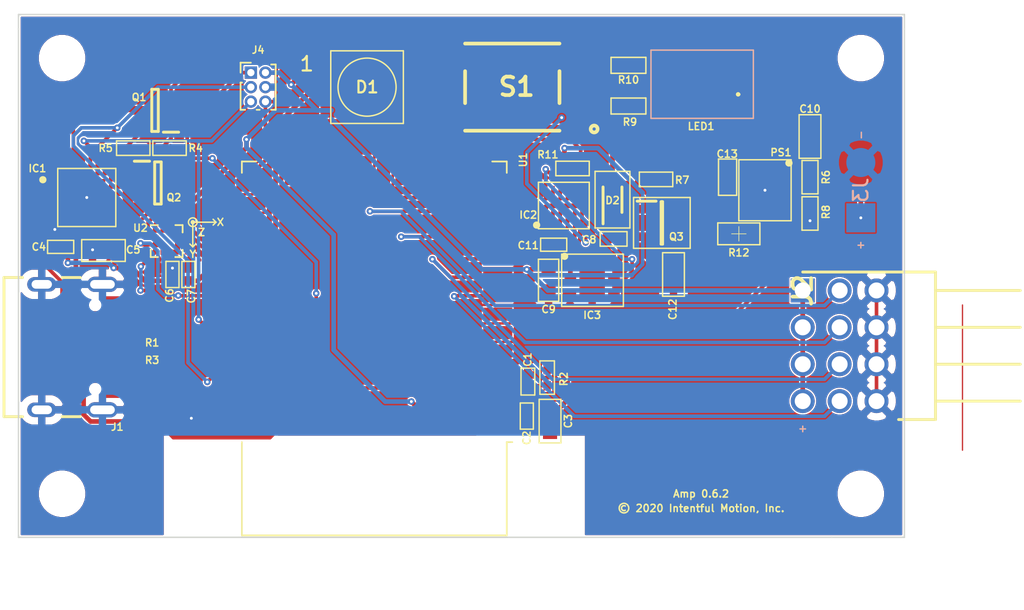
<source format=kicad_pcb>
(kicad_pcb (version 20171130) (host pcbnew "(5.1.5)-3")
  (title_block (title "Amp Smart Lighting Controller") (date 2020-03-14) (rev 0.6.0) (company "Intentful Motion, Inc."))
  (layers (0 F.Cu signal) (31 B.Cu signal) (34 B.Paste user hide) (35 F.Paste user hide) (36 B.SilkS user) (37 F.SilkS user) (38 B.Mask user hide) (39 F.Mask user hide) (44 Edge.Cuts user))
  (net 0 "")
  (net 1 GND)
  (net 2 /RESET)
  (net 3 +3V3)
  (net 4 /VBUS)
  (net 5 /STATUS_LED)
  (net 6 /DTR)
  (net 7 /RXD0)
  (net 8 /TXD0)
  (net 9 /RTS)
  (net 10 "Net-(IC2-Pad9)")
  (net 11 /PB_INPUT)
  (net 12 /AMP_PWR_HLD)
  (net 13 "Net-(PS1-Pad7)")
  (net 14 /VBAT)
  (net 15 /GPIO0)
  (net 16 "Net-(Q2-Pad1)")
  (net 17 /VBAT_SENSE)
  (net 18 /MOSI)
  (net 19 /MISO)
  (net 20 /CS)
  (net 21 "Net-(C12-Pad2)")
  (net 22 "Net-(C11-Pad1)")
  (net 23 /D-)
  (net 24 /D+)
  (net 25 "Net-(J1-PadB5)")
  (net 26 "Net-(J1-PadA5)")
  (net 27 /LED_CH4)
  (net 28 /LED_CH2)
  (net 29 /LED_CH3)
  (net 30 /LED_CH1)
  (net 31 "Net-(Q1-Pad1)")
  (net 32 /CLK)
  (net 33 "Net-(LED1-Pad4)")
  (net 34 "Net-(LED1-Pad2)")
  (net 35 "Net-(LED1-Pad3)")
  (net 36 "Net-(LED1-Pad1)")
  (net 37 /AMP_INPUT)
  (module Fiducial:Fiducial_0.5mm_Mask1.5mm (layer F.Cu) (at 113 39)
    (fp_text reference FID2)
    (fp_text value Fiducial)
    (pad "" smd circle (at 0 0) (size 0.5 0.5) (layers F.Cu F.Mask) (clearance 0.5))
  )
  (module Fiducial:Fiducial_0.5mm_Mask1.5mm (layer F.Cu) (at 62 66)
    (fp_text reference FID1)
    (fp_text value Fiducial)
    (pad "" smd circle (at 0 0) (size 0.5 0.5) (layers F.Cu F.Mask) (clearance 0.5))
  )
  (module RC0201FR-075K1L:RESC0603X26N (layer F.Cu) (at 63.881 56.6)
    (fp_text reference R3 (at 0.319 -0.8) (layer F.SilkS) (effects (font (size 0.5 0.5) (thickness 0.1))))
    (fp_text value RC0201FR-075K1L)
    (pad 2 smd rect (at 0.281 0) (size 0.38 0.4) (layers F.Cu F.Paste F.Mask) (net 1 GND))
    (pad 1 smd rect (at -0.281 0) (size 0.38 0.4) (layers F.Cu F.Paste F.Mask) (net 25 "Net-(J1-PadB5)"))
  )
  (module RC0201FR-075K1L:RESC0603X26N (layer F.Cu) (at 63.9 53.7 180)
    (fp_text reference R1 (at -0.3 -0.9 180) (layer F.SilkS) (effects (font (size 0.5 0.5) (thickness 0.1))))
    (fp_text value RC0201FR-075K1L)
    (pad 2 smd rect (at 0.281 0 180) (size 0.38 0.4) (layers F.Cu F.Paste F.Mask) (net 26 "Net-(J1-PadA5)"))
    (pad 1 smd rect (at -0.281 0 180) (size 0.38 0.4) (layers F.Cu F.Paste F.Mask) (net 1 GND))
  )
  (module USB4105-GF-A:GCT_USB4105-GF-A (layer F.Cu) (at 56.6 54.9 270)
    (fp_text reference J1 (at 5.5 -5.2 180) (layer F.SilkS) (effects (font (size 0.5 0.5) (thickness 0.1))))
    (fp_text value USB4105-GF-A)
    (pad B8 smd rect (at -1.75 -4.755 270) (size 0.3 1.15) (layers F.Cu F.Paste F.Mask))
    (pad A5 smd rect (at -1.25 -4.755 270) (size 0.3 1.15) (layers F.Cu F.Paste F.Mask) (net 26 "Net-(J1-PadA5)"))
    (pad B7 smd rect (at -0.75 -4.755 270) (size 0.3 1.15) (layers F.Cu F.Paste F.Mask) (net 23 /D-))
    (pad B5 smd rect (at 1.75 -4.755 270) (size 0.3 1.15) (layers F.Cu F.Paste F.Mask) (net 25 "Net-(J1-PadB5)"))
    (pad A8 smd rect (at 1.25 -4.755 270) (size 0.3 1.15) (layers F.Cu F.Paste F.Mask))
    (pad B6 smd rect (at 0.75 -4.755 270) (size 0.3 1.15) (layers F.Cu F.Paste F.Mask) (net 24 /D+))
    (pad A6 smd rect (at -0.25 -4.755 270) (size 0.3 1.15) (layers F.Cu F.Paste F.Mask) (net 24 /D+))
    (pad A7 smd rect (at 0.25 -4.755 270) (size 0.3 1.15) (layers F.Cu F.Paste F.Mask) (net 23 /D-))
    (pad B4/A9 smd rect (at 2.4 -4.755 270) (size 0.6 1.15) (layers F.Cu F.Paste F.Mask) (net 4 /VBUS))
    (pad A4/B9 smd rect (at -2.4 -4.755 270) (size 0.6 1.15) (layers F.Cu F.Paste F.Mask) (net 4 /VBUS))
    (pad B1/A12 smd rect (at 3.2 -4.755 270) (size 0.6 1.15) (layers F.Cu F.Paste F.Mask) (net 1 GND))
    (pad A1/B12 smd rect (at -3.2 -4.755 270) (size 0.6 1.15) (layers F.Cu F.Paste F.Mask) (net 1 GND))
    (pad None np_thru_hole circle (at -2.89 -3.68 270) (size 0.65 0.65) (drill 0.65) (layers *.Cu *.Mask))
    (pad None np_thru_hole circle (at 2.89 -3.68 270) (size 0.65 0.65) (drill 0.65) (layers *.Cu *.Mask))
    (pad G4 thru_hole oval (at 4.32 -4.18 270) (size 1.05 2.1) (drill oval 0.6 1.7) (layers *.Cu *.Mask) (net 1 GND))
    (pad G3 thru_hole oval (at -4.32 -4.18 270) (size 1.05 2.1) (drill oval 0.6 1.7) (layers *.Cu *.Mask) (net 1 GND))
    (pad G2 thru_hole oval (at 4.32 0 270) (size 1 2) (drill oval 0.6 1.4) (layers *.Cu *.Mask) (net 1 GND))
    (pad G1 thru_hole oval (at -4.32 0 270) (size 1 2) (drill oval 0.6 1.4) (layers *.Cu *.Mask) (net 1 GND))
  )
  (module SamacSys_Parts:HDRRA12W64P254_3X4_1016X254X810P (layer F.Cu) (at 109 51 270)
    (fp_text reference J2 (at 0 0 90) (layer F.SilkS) (effects (font (size 1.27 1.27) (thickness 0.254))))
    (fp_text value TSW-104-08-T-T-RA hide)
    (pad 12 thru_hole circle (at 7.62 -5.08 270) (size 1.65 1.65) (drill 1.1) (layers *.Cu *.Mask) (net 1 GND))
    (pad 11 thru_hole circle (at 7.62 -2.54 270) (size 1.65 1.65) (drill 1.1) (layers *.Cu *.Mask) (net 30 /LED_CH1))
    (pad 10 thru_hole circle (at 7.62 0 270) (size 1.65 1.65) (drill 1.1) (layers *.Cu *.Mask) (net 3 +3V3))
    (pad 9 thru_hole circle (at 5.08 -5.08 270) (size 1.65 1.65) (drill 1.1) (layers *.Cu *.Mask) (net 1 GND))
    (pad 8 thru_hole circle (at 5.08 -2.54 270) (size 1.65 1.65) (drill 1.1) (layers *.Cu *.Mask) (net 28 /LED_CH2))
    (pad 7 thru_hole circle (at 5.08 0 270) (size 1.65 1.65) (drill 1.1) (layers *.Cu *.Mask) (net 3 +3V3))
    (pad 6 thru_hole circle (at 2.54 -5.08 270) (size 1.65 1.65) (drill 1.1) (layers *.Cu *.Mask) (net 1 GND))
    (pad 5 thru_hole circle (at 2.54 -2.54 270) (size 1.65 1.65) (drill 1.1) (layers *.Cu *.Mask) (net 29 /LED_CH3))
    (pad 4 thru_hole circle (at 2.54 0 270) (size 1.65 1.65) (drill 1.1) (layers *.Cu *.Mask) (net 3 +3V3))
    (pad 3 thru_hole circle (at 0 -5.08 270) (size 1.65 1.65) (drill 1.1) (layers *.Cu *.Mask) (net 1 GND))
    (pad 2 thru_hole circle (at 0 -2.54 270) (size 1.65 1.65) (drill 1.1) (layers *.Cu *.Mask) (net 27 /LED_CH4))
    (pad 1 thru_hole rect (at 0 0 270) (size 1.65 1.65) (drill 1.1) (layers *.Cu *.Mask) (net 3 +3V3))
  )
  (module SamacSys_Parts:EVQQ2 (layer F.Cu) (at 89 37 180)
    (fp_text reference S1 (at -0.3 0.029) (layer F.SilkS) (effects (font (size 1.27 1.27) (thickness 0.254))))
    (fp_text value EVQ-Q2U03W hide)
    (pad 1 smd rect (at -3.4 -2 270) (size 1 3.2) (layers F.Cu F.Paste F.Mask) (net 11 /PB_INPUT))
    (pad 2 smd rect (at -3.4 2 270) (size 1 3.2) (layers F.Cu F.Paste F.Mask) (net 1 GND))
    (pad 3 smd rect (at 3.4 2 270) (size 1 3.2) (layers F.Cu F.Paste F.Mask))
    (pad 4 smd rect (at 3.4 -2 270) (size 1 3.2) (layers F.Cu F.Paste F.Mask))
  )
  (module SamacSys_Parts:RESC1005X35N (layer F.Cu) (at 97 35.5 180)
    (fp_text reference R10 (at 0 -1) (layer F.SilkS) (effects (font (size 0.5 0.5) (thickness 0.1))))
    (fp_text value CRCW0402140RFKEDC hide)
    (pad 2 smd rect (at 0.55 0 270) (size 0.6 0.75) (layers F.Cu F.Paste F.Mask) (net 4 /VBUS))
    (pad 1 smd rect (at -0.55 0 270) (size 0.6 0.75) (layers F.Cu F.Paste F.Mask) (net 33 "Net-(LED1-Pad4)"))
  )
  (module SamacSys_Parts:RESC1005X35N (layer F.Cu) (at 97 38.3 180)
    (fp_text reference R9 (at -0.1 -1.1) (layer F.SilkS) (effects (font (size 0.5 0.5) (thickness 0.1))))
    (fp_text value CRCW0402140RFKEDC hide)
    (pad 2 smd rect (at 0.55 0 270) (size 0.6 0.75) (layers F.Cu F.Paste F.Mask) (net 4 /VBUS))
    (pad 1 smd rect (at -0.55 0 270) (size 0.6 0.75) (layers F.Cu F.Paste F.Mask) (net 34 "Net-(LED1-Pad2)"))
  )
  (module SamacSys_Parts:CAPC1005X55N (layer F.Cu) (at 91.85 47.85 180)
    (fp_text reference C11 (at 1.75 -0.05) (layer F.SilkS) (effects (font (size 0.5 0.5) (thickness 0.1))))
    (fp_text value GRM155R61H104KE14D hide)
    (pad 2 smd rect (at 0.44 0 270) (size 0.62 0.65) (layers F.Cu F.Paste F.Mask) (net 1 GND))
    (pad 1 smd rect (at -0.44 0 270) (size 0.62 0.65) (layers F.Cu F.Paste F.Mask) (net 22 "Net-(C11-Pad1)"))
  )
  (module SamacSys_Parts:CAPC1608X90N (layer F.Cu) (at 103.8 43.2 270)
    (fp_text reference C13 (at -1.6 0 180) (layer F.SilkS) (effects (font (size 0.5 0.5) (thickness 0.1))))
    (fp_text value TMK107BJ105KA-T hide)
    (pad 2 smd rect (at 0.67 0 270) (size 0.81 0.94) (layers F.Cu F.Paste F.Mask) (net 1 GND))
    (pad 1 smd rect (at -0.67 0 270) (size 0.81 0.94) (layers F.Cu F.Paste F.Mask) (net 4 /VBUS))
  )
  (module SamacSys_Parts:SOD2513X110N (layer F.Cu) (at 95.9 44.75 90)
    (fp_text reference D2 (at -0.05 0 180) (layer F.SilkS) (effects (font (size 0.5 0.5) (thickness 0.1))))
    (fp_text value BAT60AE6327HTSA1 hide)
    (pad 2 smd rect (at 1.138 0 180) (size 0.5 1.05) (layers F.Cu F.Paste F.Mask) (net 4 /VBUS))
    (pad 1 smd rect (at -1.138 0 180) (size 0.5 1.05) (layers F.Cu F.Paste F.Mask) (net 21 "Net-(C12-Pad2)"))
  )
  (module SamacSys_Parts:QFN50P400X400X80-25N-D (layer F.Cu) (at 59.7 44.6)
    (fp_text reference IC1 (at -3.4 -2) (layer F.SilkS) (effects (font (size 0.5 0.5) (thickness 0.1))))
    (fp_text value CP2102N-A02-GQFN24R hide)
    (pad 1 smd rect (at -1.95 -1.25 90) (size 0.3 0.85) (layers F.Cu F.Paste F.Mask))
    (pad 2 smd rect (at -1.95 -0.75 90) (size 0.3 0.85) (layers F.Cu F.Paste F.Mask))
    (pad 3 smd rect (at -1.95 -0.25 90) (size 0.3 0.85) (layers F.Cu F.Paste F.Mask) (net 24 /D+))
    (pad 4 smd rect (at -1.95 0.25 90) (size 0.3 0.85) (layers F.Cu F.Paste F.Mask) (net 23 /D-))
    (pad 5 smd rect (at -1.95 0.75 90) (size 0.3 0.85) (layers F.Cu F.Paste F.Mask) (net 3 +3V3))
    (pad 6 smd rect (at -1.95 1.25 90) (size 0.3 0.85) (layers F.Cu F.Paste F.Mask) (net 3 +3V3))
    (pad 7 smd rect (at -1.25 1.95) (size 0.3 0.85) (layers F.Cu F.Paste F.Mask) (net 3 +3V3))
    (pad 8 smd rect (at -0.75 1.95) (size 0.3 0.85) (layers F.Cu F.Paste F.Mask) (net 4 /VBUS))
    (pad 9 smd rect (at -0.25 1.95) (size 0.3 0.85) (layers F.Cu F.Paste F.Mask))
    (pad 10 smd rect (at 0.25 1.95) (size 0.3 0.85) (layers F.Cu F.Paste F.Mask))
    (pad 11 smd rect (at 0.75 1.95) (size 0.3 0.85) (layers F.Cu F.Paste F.Mask))
    (pad 12 smd rect (at 1.25 1.95) (size 0.3 0.85) (layers F.Cu F.Paste F.Mask))
    (pad 13 smd rect (at 1.95 1.25 90) (size 0.3 0.85) (layers F.Cu F.Paste F.Mask))
    (pad 14 smd rect (at 1.95 0.75 90) (size 0.3 0.85) (layers F.Cu F.Paste F.Mask))
    (pad 15 smd rect (at 1.95 0.25 90) (size 0.3 0.85) (layers F.Cu F.Paste F.Mask))
    (pad 16 smd rect (at 1.95 -0.25 90) (size 0.3 0.85) (layers F.Cu F.Paste F.Mask))
    (pad 17 smd rect (at 1.95 -0.75 90) (size 0.3 0.85) (layers F.Cu F.Paste F.Mask))
    (pad 18 smd rect (at 1.95 -1.25 90) (size 0.3 0.85) (layers F.Cu F.Paste F.Mask))
    (pad 19 smd rect (at 1.25 -1.95) (size 0.3 0.85) (layers F.Cu F.Paste F.Mask) (net 9 /RTS))
    (pad 20 smd rect (at 0.75 -1.95) (size 0.3 0.85) (layers F.Cu F.Paste F.Mask) (net 8 /TXD0))
    (pad 21 smd rect (at 0.25 -1.95) (size 0.3 0.85) (layers F.Cu F.Paste F.Mask) (net 7 /RXD0))
    (pad 22 smd rect (at -0.25 -1.95) (size 0.3 0.85) (layers F.Cu F.Paste F.Mask) (net 6 /DTR))
    (pad 23 smd rect (at -0.75 -1.95) (size 0.3 0.85) (layers F.Cu F.Paste F.Mask))
    (pad 24 smd rect (at -1.25 -1.95) (size 0.3 0.85) (layers F.Cu F.Paste F.Mask))
    (pad 25 smd rect (at 0 0) (size 2.55 2.55) (layers F.Cu F.Paste F.Mask) (net 1 GND))
  )
  (module SamacSys_Parts:SON50P200X300X80-12N-D (layer F.Cu) (at 92.55 45.15 90)
    (fp_text reference IC2 (at -0.65 -2.45 180) (layer F.SilkS) (effects (font (size 0.5 0.5) (thickness 0.1))))
    (fp_text value STM6601CQ2BDM6F hide)
    (pad 1 smd rect (at -0.85 -1.25 180) (size 0.25 1) (layers F.Cu F.Paste F.Mask) (net 21 "Net-(C12-Pad2)"))
    (pad 2 smd rect (at -0.85 -0.75 180) (size 0.25 1) (layers F.Cu F.Paste F.Mask))
    (pad 3 smd rect (at -0.85 -0.25 180) (size 0.25 1) (layers F.Cu F.Paste F.Mask))
    (pad 4 smd rect (at -0.85 0.25 180) (size 0.25 1) (layers F.Cu F.Paste F.Mask) (net 12 /AMP_PWR_HLD))
    (pad 5 smd rect (at -0.85 0.75 180) (size 0.25 1) (layers F.Cu F.Paste F.Mask) (net 22 "Net-(C11-Pad1)"))
    (pad 6 smd rect (at -0.85 1.25 180) (size 0.25 1) (layers F.Cu F.Paste F.Mask) (net 11 /PB_INPUT))
    (pad 7 smd rect (at 0.85 1.25 180) (size 0.25 1) (layers F.Cu F.Paste F.Mask))
    (pad 8 smd rect (at 0.85 0.75 180) (size 0.25 1) (layers F.Cu F.Paste F.Mask) (net 37 /AMP_INPUT))
    (pad 9 smd rect (at 0.85 0.25 180) (size 0.25 1) (layers F.Cu F.Paste F.Mask) (net 10 "Net-(IC2-Pad9)"))
    (pad 10 smd rect (at 0.85 -0.25 180) (size 0.25 1) (layers F.Cu F.Paste F.Mask))
    (pad 11 smd rect (at 0.85 -0.75 180) (size 0.25 1) (layers F.Cu F.Paste F.Mask))
    (pad 12 smd rect (at 0.85 -1.25 180) (size 0.25 1) (layers F.Cu F.Paste F.Mask) (net 1 GND))
  )
  (module SamacSys_Parts:SON95P300X300X100-7N-D (layer F.Cu) (at 94.5 50.3)
    (fp_text reference IC3 (at 0 2.4) (layer F.SilkS) (effects (font (size 0.5 0.5) (thickness 0.1))))
    (fp_text value LD39200PU33R hide)
    (pad 1 smd rect (at -1.5 -0.95 90) (size 0.4 0.8) (layers F.Cu F.Paste F.Mask) (net 3 +3V3))
    (pad 2 smd rect (at -1.5 0 90) (size 0.4 0.8) (layers F.Cu F.Paste F.Mask) (net 3 +3V3))
    (pad 3 smd rect (at -1.5 0.95 90) (size 0.4 0.8) (layers F.Cu F.Paste F.Mask) (net 1 GND))
    (pad 4 smd rect (at 1.5 0.95 90) (size 0.4 0.8) (layers F.Cu F.Paste F.Mask))
    (pad 5 smd rect (at 1.5 0 90) (size 0.4 0.8) (layers F.Cu F.Paste F.Mask) (net 10 "Net-(IC2-Pad9)"))
    (pad 6 smd rect (at 1.5 -0.95 90) (size 0.4 0.8) (layers F.Cu F.Paste F.Mask) (net 21 "Net-(C12-Pad2)"))
    (pad 7 smd rect (at 0 0) (size 1.75 2.5) (layers F.Cu F.Paste F.Mask) (net 1 GND))
  )
  (module SamacSys_Parts:INS128DATRG (layer F.Cu) (at 101.8 36.8 180)
    (fp_text reference LED1 (at -0.2 -2.9) (layer F.SilkS) (effects (font (size 0.5 0.5) (thickness 0.1))))
    (fp_text value IN-S128DATRG hide)
    (pad 4 smd rect (at 1.5 0.7 270) (size 1 1.5) (layers F.Cu F.Paste F.Mask) (net 33 "Net-(LED1-Pad4)"))
    (pad 3 smd rect (at -1.5 0.7 270) (size 1 1.5) (layers F.Cu F.Paste F.Mask) (net 35 "Net-(LED1-Pad3)"))
    (pad 2 smd rect (at 1.5 -0.7 270) (size 1 1.5) (layers F.Cu F.Paste F.Mask) (net 34 "Net-(LED1-Pad2)"))
    (pad 1 smd rect (at -1.5 -0.7 270) (size 1 1.5) (layers F.Cu F.Paste F.Mask) (net 36 "Net-(LED1-Pad1)"))
  )
  (module SamacSys_Parts:SON50P300X300X80-11N-D (layer F.Cu) (at 106.4 44.1 270)
    (fp_text reference PS1 (at -2.6 -1.1 180) (layer F.SilkS) (effects (font (size 0.5 0.5) (thickness 0.1))))
    (fp_text value DIO5158CD10 hide)
    (pad 1 smd rect (at -1.45 -1) (size 0.3 0.85) (layers F.Cu F.Paste F.Mask) (net 14 /VBAT))
    (pad 2 smd rect (at -1.45 -0.5) (size 0.3 0.85) (layers F.Cu F.Paste F.Mask))
    (pad 3 smd rect (at -1.45 0) (size 0.3 0.85) (layers F.Cu F.Paste F.Mask) (net 35 "Net-(LED1-Pad3)"))
    (pad 4 smd rect (at -1.45 0.5) (size 0.3 0.85) (layers F.Cu F.Paste F.Mask) (net 36 "Net-(LED1-Pad1)"))
    (pad 5 smd rect (at -1.45 1) (size 0.3 0.85) (layers F.Cu F.Paste F.Mask) (net 4 /VBUS))
    (pad 6 smd rect (at 1.45 1) (size 0.3 0.85) (layers F.Cu F.Paste F.Mask) (net 1 GND))
    (pad 7 smd rect (at 1.45 0.5) (size 0.3 0.85) (layers F.Cu F.Paste F.Mask) (net 13 "Net-(PS1-Pad7)"))
    (pad 8 smd rect (at 1.45 0) (size 0.3 0.85) (layers F.Cu F.Paste F.Mask))
    (pad 9 smd rect (at 1.45 -0.5) (size 0.3 0.85) (layers F.Cu F.Paste F.Mask) (net 1 GND))
    (pad 10 smd rect (at 1.45 -1) (size 0.3 0.85) (layers F.Cu F.Paste F.Mask) (net 4 /VBUS))
    (pad 11 smd rect (at 0 0 270) (size 1.7 2.6) (layers F.Cu F.Paste F.Mask) (net 1 GND))
  )
  (module SamacSys_Parts:SOT95P230X110-3N (layer F.Cu) (at 64.4 38.6 180)
    (fp_text reference Q1 (at 1.1 0.9) (layer F.SilkS) (effects (font (size 0.5 0.5) (thickness 0.1))))
    (fp_text value PMBT2222,215 hide)
    (pad 3 smd rect (at 1.1 0 270) (size 0.6 1.05) (layers F.Cu F.Paste F.Mask) (net 6 /DTR))
    (pad 2 smd rect (at -1.1 0.95 270) (size 0.6 1.05) (layers F.Cu F.Paste F.Mask) (net 15 /GPIO0))
    (pad 1 smd rect (at -1.1 -0.95 270) (size 0.6 1.05) (layers F.Cu F.Paste F.Mask) (net 31 "Net-(Q1-Pad1)"))
  )
  (module SamacSys_Parts:SOT95P230X110-3N (layer F.Cu) (at 64.6 43.6)
    (fp_text reference Q2 (at 1.1 1) (layer F.SilkS) (effects (font (size 0.5 0.5) (thickness 0.1))))
    (fp_text value PMBT2222,215 hide)
    (pad 3 smd rect (at 1.1 0 90) (size 0.6 1.05) (layers F.Cu F.Paste F.Mask) (net 9 /RTS))
    (pad 2 smd rect (at -1.1 0.95 90) (size 0.6 1.05) (layers F.Cu F.Paste F.Mask) (net 2 /RESET))
    (pad 1 smd rect (at -1.1 -0.95 90) (size 0.6 1.05) (layers F.Cu F.Paste F.Mask) (net 16 "Net-(Q2-Pad1)"))
  )
  (module SamacSys_Parts:SOT95P237X112-3N (layer F.Cu) (at 99.3 46.35)
    (fp_text reference Q3 (at 1 0.95) (layer F.SilkS) (effects (font (size 0.5 0.5) (thickness 0.1))))
    (fp_text value Si2347DS-T1-GE3 hide)
    (pad 3 smd rect (at 1.05 0 90) (size 0.6 1.3) (layers F.Cu F.Paste F.Mask) (net 14 /VBAT))
    (pad 2 smd rect (at -1.05 0.95 90) (size 0.6 1.3) (layers F.Cu F.Paste F.Mask) (net 21 "Net-(C12-Pad2)"))
    (pad 1 smd rect (at -1.05 -0.95 90) (size 0.6 1.3) (layers F.Cu F.Paste F.Mask) (net 4 /VBUS))
  )
  (module SamacSys_Parts:RESC1005X37N (layer F.Cu) (at 109.5 43.2 90)
    (fp_text reference R6 (at 0 1.1 90) (layer F.SilkS) (effects (font (size 0.5 0.5) (thickness 0.1))))
    (fp_text value AC0402FR-13100KL hide)
    (pad 2 smd rect (at 0.55 0 180) (size 0.6 0.7) (layers F.Cu F.Paste F.Mask) (net 14 /VBAT))
    (pad 1 smd rect (at -0.55 0 180) (size 0.6 0.7) (layers F.Cu F.Paste F.Mask) (net 17 /VBAT_SENSE))
  )
  (module SamacSys_Parts:RESC1005X37N (layer F.Cu) (at 109.5 45.7 270)
    (fp_text reference R8 (at -0.1 -1.1 270) (layer F.SilkS) (effects (font (size 0.5 0.5) (thickness 0.1))))
    (fp_text value AC0402FR-13100KL hide)
    (pad 2 smd rect (at 0.55 0) (size 0.6 0.7) (layers F.Cu F.Paste F.Mask) (net 1 GND))
    (pad 1 smd rect (at -0.55 0) (size 0.6 0.7) (layers F.Cu F.Paste F.Mask) (net 17 /VBAT_SENSE))
  )
  (module SamacSys_Parts:RESC1608X55N (layer F.Cu) (at 104.6 47.1 180)
    (fp_text reference R12 (at 0 -1.3 180) (layer F.SilkS) (effects (font (size 0.5 0.5) (thickness 0.1))))
    (fp_text value RC0603FR-101K2L hide)
    (pad 2 smd rect (at 0.65 0 270) (size 1 1.1) (layers F.Cu F.Paste F.Mask) (net 1 GND))
    (pad 1 smd rect (at -0.65 0 270) (size 1 1.1) (layers F.Cu F.Paste F.Mask) (net 13 "Net-(PS1-Pad7)"))
  )
  (module SamacSys_Parts:CAPC1005X55N (layer F.Cu) (at 66.7 49.9 90)
    (fp_text reference C7 (at -1.5 0.2 90) (layer F.SilkS) (effects (font (size 0.5 0.5) (thickness 0.1))))
    (fp_text value GRM155R61H104KE14D hide)
    (pad 1 smd rect (at -0.44 0 180) (size 0.62 0.65) (layers F.Cu F.Paste F.Mask) (net 3 +3V3))
    (pad 2 smd rect (at 0.44 0 180) (size 0.62 0.65) (layers F.Cu F.Paste F.Mask) (net 1 GND))
  )
  (module footprints:RC0402FR-0710KL (layer F.Cu) (at 93.15 42.6 180)
    (fp_text reference R11 (at 1.7 0.95) (layer F.SilkS) (effects (font (size 0.5 0.5) (thickness 0.1))))
    (fp_text value RC0402FR-0710KL)
    (pad 2 smd rect (at 0.5588 0 180) (size 0.6604 0.508) (layers F.Cu F.Paste F.Mask) (net 3 +3V3))
    (pad 1 smd rect (at -0.5588 0 180) (size 0.6604 0.508) (layers F.Cu F.Paste F.Mask) (net 37 /AMP_INPUT))
  )
  (module RF_Module:ESP32-WROOM-32 (layer F.Cu) (at 79.5 52 180)
    (fp_text reference U1 (at -10.25 9.99 90) (layer F.SilkS) (effects (font (size 0.5 0.5) (thickness 0.1))))
    (fp_text value ESP32-WROOM-32D)
    (pad 39 smd rect (at -1 -0.755 180) (size 5 5) (layers F.Cu F.Paste F.Mask) (net 1 GND))
    (pad 1 smd rect (at -8.5 -8.255 180) (size 2 0.9) (layers F.Cu F.Paste F.Mask) (net 1 GND))
    (pad 2 smd rect (at -8.5 -6.985 180) (size 2 0.9) (layers F.Cu F.Paste F.Mask) (net 3 +3V3))
    (pad 3 smd rect (at -8.5 -5.715 180) (size 2 0.9) (layers F.Cu F.Paste F.Mask) (net 2 /RESET))
    (pad 4 smd rect (at -8.5 -4.445 180) (size 2 0.9) (layers F.Cu F.Paste F.Mask))
    (pad 5 smd rect (at -8.5 -3.175 180) (size 2 0.9) (layers F.Cu F.Paste F.Mask))
    (pad 6 smd rect (at -8.5 -1.905 180) (size 2 0.9) (layers F.Cu F.Paste F.Mask) (net 37 /AMP_INPUT))
    (pad 7 smd rect (at -8.5 -0.635 180) (size 2 0.9) (layers F.Cu F.Paste F.Mask) (net 17 /VBAT_SENSE))
    (pad 8 smd rect (at -8.5 0.635 180) (size 2 0.9) (layers F.Cu F.Paste F.Mask) (net 30 /LED_CH1))
    (pad 9 smd rect (at -8.5 1.905 180) (size 2 0.9) (layers F.Cu F.Paste F.Mask) (net 28 /LED_CH2))
    (pad 10 smd rect (at -8.5 3.175 180) (size 2 0.9) (layers F.Cu F.Paste F.Mask) (net 29 /LED_CH3))
    (pad 11 smd rect (at -8.5 4.445 180) (size 2 0.9) (layers F.Cu F.Paste F.Mask) (net 27 /LED_CH4))
    (pad 12 smd rect (at -8.5 5.715 180) (size 2 0.9) (layers F.Cu F.Paste F.Mask))
    (pad 13 smd rect (at -8.5 6.985 180) (size 2 0.9) (layers F.Cu F.Paste F.Mask) (net 12 /AMP_PWR_HLD))
    (pad 14 smd rect (at -8.5 8.255 180) (size 2 0.9) (layers F.Cu F.Paste F.Mask))
    (pad 15 smd rect (at -5.715 9.255 270) (size 2 0.9) (layers F.Cu F.Paste F.Mask) (net 1 GND))
    (pad 16 smd rect (at -4.445 9.255 270) (size 2 0.9) (layers F.Cu F.Paste F.Mask) (net 5 /STATUS_LED))
    (pad 17 smd rect (at -3.175 9.255 270) (size 2 0.9) (layers F.Cu F.Paste F.Mask))
    (pad 18 smd rect (at -1.905 9.255 270) (size 2 0.9) (layers F.Cu F.Paste F.Mask))
    (pad 19 smd rect (at -0.635 9.255 270) (size 2 0.9) (layers F.Cu F.Paste F.Mask))
    (pad 20 smd rect (at 0.635 9.255 270) (size 2 0.9) (layers F.Cu F.Paste F.Mask))
    (pad 21 smd rect (at 1.905 9.255 270) (size 2 0.9) (layers F.Cu F.Paste F.Mask))
    (pad 22 smd rect (at 3.175 9.255 270) (size 2 0.9) (layers F.Cu F.Paste F.Mask))
    (pad 23 smd rect (at 4.445 9.255 270) (size 2 0.9) (layers F.Cu F.Paste F.Mask))
    (pad 24 smd rect (at 5.715 9.255 270) (size 2 0.9) (layers F.Cu F.Paste F.Mask))
    (pad 25 smd rect (at 8.5 8.255 180) (size 2 0.9) (layers F.Cu F.Paste F.Mask) (net 15 /GPIO0))
    (pad 26 smd rect (at 8.5 6.985 180) (size 2 0.9) (layers F.Cu F.Paste F.Mask))
    (pad 27 smd rect (at 8.5 5.715 180) (size 2 0.9) (layers F.Cu F.Paste F.Mask))
    (pad 28 smd rect (at 8.5 4.445 180) (size 2 0.9) (layers F.Cu F.Paste F.Mask))
    (pad 29 smd rect (at 8.5 3.175 180) (size 2 0.9) (layers F.Cu F.Paste F.Mask) (net 20 /CS))
    (pad 30 smd rect (at 8.5 1.905 180) (size 2 0.9) (layers F.Cu F.Paste F.Mask) (net 32 /CLK))
    (pad 31 smd rect (at 8.5 0.635 180) (size 2 0.9) (layers F.Cu F.Paste F.Mask) (net 19 /MISO))
    (pad 32 smd rect (at 8.5 -0.635 180) (size 2 0.9) (layers F.Cu F.Paste F.Mask))
    (pad 33 smd rect (at 8.5 -1.905 180) (size 2 0.9) (layers F.Cu F.Paste F.Mask))
    (pad 34 smd rect (at 8.5 -3.175 180) (size 2 0.9) (layers F.Cu F.Paste F.Mask) (net 7 /RXD0))
    (pad 35 smd rect (at 8.5 -4.445 180) (size 2 0.9) (layers F.Cu F.Paste F.Mask) (net 8 /TXD0))
    (pad 36 smd rect (at 8.5 -5.715 180) (size 2 0.9) (layers F.Cu F.Paste F.Mask))
    (pad 37 smd rect (at 8.5 -6.985 180) (size 2 0.9) (layers F.Cu F.Paste F.Mask) (net 18 /MOSI))
    (pad 38 smd rect (at 8.5 -8.255 180) (size 2 0.9) (layers F.Cu F.Paste F.Mask) (net 1 GND))
  )
  (module LED_SMD:LED_WS2812B_PLCC4_5.0x5.0mm_P3.2mm (layer F.Cu) (at 79 37)
    (fp_text reference D1)
    (fp_text value WS2812B)
    (fp_text user 1 (at -4.15 -1.6) (layer F.SilkS))
    (fp_text user %R (at 0 0) (layer F.SilkS) (effects (font (size 0.8 0.8))))
    (pad 3 smd rect (at 2.45 1.6) (size 1.5 1) (layers F.Cu F.Paste F.Mask) (net 1 GND))
    (pad 4 smd rect (at 2.45 -1.6) (size 1.5 1) (layers F.Cu F.Paste F.Mask) (net 5 /STATUS_LED))
    (pad 2 smd rect (at -2.45 1.6) (size 1.5 1) (layers F.Cu F.Paste F.Mask))
    (pad 1 smd rect (at -2.45 -1.6) (size 1.5 1) (layers F.Cu F.Paste F.Mask) (net 3 +3V3))
  )
  (module Package_LGA:LGA-12_2x2mm_P0.5mm (layer F.Cu) (at 65.2 47.6)
    (fp_text reference U2 (at -1.8 -0.9) (layer F.SilkS) (effects (font (size 0.5 0.5) (thickness 0.1))))
    (fp_text value LIS2HH12)
    (pad 12 smd rect (at -0.25 -0.7625 90) (size 0.375 0.35) (layers F.Cu F.Paste F.Mask))
    (pad 11 smd rect (at 0.25 -0.7625 90) (size 0.375 0.35) (layers F.Cu F.Paste F.Mask))
    (pad 6 smd rect (at 0.25 0.7625 90) (size 0.375 0.35) (layers F.Cu F.Paste F.Mask) (net 1 GND))
    (pad 5 smd rect (at -0.25 0.7625 90) (size 0.375 0.35) (layers F.Cu F.Paste F.Mask))
    (pad 10 smd rect (at 0.7625 -0.75) (size 0.375 0.35) (layers F.Cu F.Paste F.Mask) (net 3 +3V3))
    (pad 1 smd rect (at -0.7625 -0.75) (size 0.375 0.35) (layers F.Cu F.Paste F.Mask) (net 32 /CLK))
    (pad 7 smd rect (at 0.7625 0.75) (size 0.375 0.35) (layers F.Cu F.Paste F.Mask) (net 1 GND))
    (pad 4 smd rect (at -0.7625 0.75) (size 0.375 0.35) (layers F.Cu F.Paste F.Mask) (net 18 /MOSI))
    (pad 8 smd rect (at 0.7625 0.25) (size 0.375 0.35) (layers F.Cu F.Paste F.Mask) (net 1 GND))
    (pad 9 smd rect (at 0.7625 -0.25) (size 0.375 0.35) (layers F.Cu F.Paste F.Mask) (net 3 +3V3))
    (pad 3 smd rect (at -0.7625 0.25) (size 0.375 0.35) (layers F.Cu F.Paste F.Mask) (net 19 /MISO))
    (pad 2 smd rect (at -0.7625 -0.25) (size 0.375 0.35) (layers F.Cu F.Paste F.Mask) (net 20 /CS))
  )
  (module footprints:RC0402FR-0710KL (layer F.Cu) (at 65.4 41.2)
    (fp_text reference R4 (at 1.8 0) (layer F.SilkS) (effects (font (size 0.5 0.5) (thickness 0.1))))
    (fp_text value RC0402FR-0710KL)
    (pad 1 smd rect (at -0.5588 0) (size 0.6604 0.508) (layers F.Cu F.Paste F.Mask) (net 31 "Net-(Q1-Pad1)"))
    (pad 2 smd rect (at 0.5588 0) (size 0.6604 0.508) (layers F.Cu F.Paste F.Mask) (net 9 /RTS))
  )
  (module MountingHole:MountingHole_3mm (layer F.Cu) (at 113 65)
    (fp_text reference H4 hide)
    (fp_text value MountingHole)
    (pad 1 np_thru_hole circle (at 0 0) (size 3 3) (drill 3) (layers *.Cu *.Mask))
  )
  (module MountingHole:MountingHole_3mm (layer F.Cu) (at 113 35)
    (fp_text reference H3)
    (fp_text value MountingHole)
    (pad 1 np_thru_hole circle (at 0 0) (size 3 3) (drill 3) (layers *.Cu *.Mask))
  )
  (module MountingHole:MountingHole_3mm (layer F.Cu) (at 58 65)
    (fp_text reference H2)
    (fp_text value MountingHole)
    (pad 1 np_thru_hole circle (at 0 0) (size 3 3) (drill 3) (layers *.Cu *.Mask))
  )
  (module MountingHole:MountingHole_3mm (layer F.Cu) (at 58 35)
    (fp_text reference H1)
    (fp_text value MountingHole)
    (pad 1 np_thru_hole circle (at 0 0) (size 3 3) (drill 3) (layers *.Cu *.Mask))
  )
  (module SamacSys_Parts:CAPC1005X55N (layer F.Cu) (at 57.9 48)
    (fp_text reference C4 (at -1.5 0) (layer F.SilkS) (effects (font (size 0.5 0.5) (thickness 0.1))))
    (fp_text value GRM155R61H104KE14D hide)
    (pad 2 smd rect (at 0.44 0 90) (size 0.62 0.65) (layers F.Cu F.Paste F.Mask) (net 3 +3V3))
    (pad 1 smd rect (at -0.44 0 90) (size 0.62 0.65) (layers F.Cu F.Paste F.Mask) (net 1 GND))
  )
  (module SamacSys_Parts:CAPC1005X55N (layer F.Cu) (at 65.6 49.9 90)
    (fp_text reference C6 (at -1.45 -0.2 90) (layer F.SilkS) (effects (font (size 0.5 0.5) (thickness 0.1))))
    (fp_text value GRM155R61H104KE14D hide)
    (pad 2 smd rect (at 0.44 0 180) (size 0.62 0.65) (layers F.Cu F.Paste F.Mask) (net 1 GND))
    (pad 1 smd rect (at -0.44 0 180) (size 0.62 0.65) (layers F.Cu F.Paste F.Mask) (net 3 +3V3))
  )
  (module footprints:RC0402FR-0710KL (layer F.Cu) (at 62.9 41.2 180)
    (fp_text reference R5 (at 1.9 0) (layer F.SilkS) (effects (font (size 0.5 0.5) (thickness 0.1))))
    (fp_text value RC0402FR-0710KL)
    (pad 1 smd rect (at -0.5588 0 180) (size 0.6604 0.508) (layers F.Cu F.Paste F.Mask) (net 16 "Net-(Q2-Pad1)"))
    (pad 2 smd rect (at 0.5588 0 180) (size 0.6604 0.508) (layers F.Cu F.Paste F.Mask) (net 6 /DTR))
  )
  (module SamacSys_Parts:CAPC1005X55N (layer F.Cu) (at 95.96 47.45)
    (fp_text reference C8 (at -1.66 0.05) (layer F.SilkS) (effects (font (size 0.5 0.5) (thickness 0.1))))
    (fp_text value GRM155R61H104KE14D hide)
    (pad 2 smd rect (at 0.44 0 90) (size 0.62 0.65) (layers F.Cu F.Paste F.Mask) (net 21 "Net-(C12-Pad2)"))
    (pad 1 smd rect (at -0.44 0 90) (size 0.62 0.65) (layers F.Cu F.Paste F.Mask) (net 1 GND))
  )
  (module footprints:RC0402FR-0710KL (layer F.Cu) (at 91.4 57 90)
    (fp_text reference R2 (at -0.1 1.15 90) (layer F.SilkS) (effects (font (size 0.5 0.5) (thickness 0.1))))
    (fp_text value RC0402FR-0710KL)
    (pad 1 smd rect (at -0.5588 0 90) (size 0.6604 0.508) (layers F.Cu F.Paste F.Mask) (net 2 /RESET))
    (pad 2 smd rect (at 0.5588 0 90) (size 0.6604 0.508) (layers F.Cu F.Paste F.Mask) (net 3 +3V3))
  )
  (module Connector_PinHeader_1.00mm:PinHeader_2x03_P1.00mm_Vertical (layer F.Cu) (at 71 36)
    (fp_text reference J4 (at 0.5 -1.56) (layer F.SilkS) (effects (font (size 0.5 0.5) (thickness 0.1))))
    (fp_text value Conn_02x03_Odd_Even)
    (pad 6 thru_hole oval (at 1 2) (size 0.85 0.85) (drill 0.5) (layers *.Cu *.Mask) (net 15 /GPIO0))
    (pad 5 thru_hole oval (at 0 2) (size 0.85 0.85) (drill 0.5) (layers *.Cu *.Mask) (net 7 /RXD0))
    (pad 4 thru_hole oval (at 1 1) (size 0.85 0.85) (drill 0.5) (layers *.Cu *.Mask) (net 1 GND))
    (pad 3 thru_hole oval (at 0 1) (size 0.85 0.85) (drill 0.5) (layers *.Cu *.Mask) (net 8 /TXD0))
    (pad 2 thru_hole oval (at 1 0) (size 0.85 0.85) (drill 0.5) (layers *.Cu *.Mask) (net 3 +3V3))
    (pad 1 thru_hole rect (at 0 0) (size 0.85 0.85) (drill 0.5) (layers *.Cu *.Mask) (net 2 /RESET))
  )
  (module footprints:RC0402FR-0710KL (layer F.Cu) (at 98.9 43.35)
    (fp_text reference R7 (at 1.8 0.05) (layer F.SilkS) (effects (font (size 0.5 0.5) (thickness 0.1))))
    (fp_text value RC0402FR-0710KL)
    (pad 1 smd rect (at -0.5588 0) (size 0.6604 0.508) (layers F.Cu F.Paste F.Mask) (net 4 /VBUS))
    (pad 2 smd rect (at 0.5588 0) (size 0.6604 0.508) (layers F.Cu F.Paste F.Mask) (net 1 GND))
  )
  (module Connector_Wire:SolderWirePad_1x02_P3.81mm_Drill0.8mm (layer B.Cu) (at 113 46 90)
    (fp_text reference J3)
    (fp_text value Conn_01x02_Female)
    (fp_text user %R (at 1.905 0 90) (layer B.SilkS) (effects (justify mirror)))
    (pad 2 smd circle (at 3.81 0 90) (size 1.99898 1.99898) (layers B.Cu B.Paste B.Mask) (net 1 GND))
    (pad 1 smd rect (at 0 0 90) (size 1.99898 1.99898) (layers B.Cu B.Paste B.Mask) (net 14 /VBAT))
  )
  (module GRM188R61A106KE69D:CAPC1608X95N (layer F.Cu) (at 100.1 49.9 90)
    (fp_text reference C12 (at -2.4 -0.05 90) (layer F.SilkS) (effects (font (size 0.5 0.5) (thickness 0.1))))
    (fp_text value GRM188R61A106KE69D)
    (pad 2 smd rect (at 0.755 0 90) (size 0.96 0.97) (layers F.Cu F.Paste F.Mask) (net 21 "Net-(C12-Pad2)"))
    (pad 1 smd rect (at -0.755 0 90) (size 0.96 0.97) (layers F.Cu F.Paste F.Mask) (net 1 GND))
  )
  (module GRM188R61A106KE69D:CAPC1608X95N (layer F.Cu) (at 109.5 40.4 270)
    (fp_text reference C10 (at -1.9 0) (layer F.SilkS) (effects (font (size 0.5 0.5) (thickness 0.1))))
    (fp_text value GRM188R61A106KE69D)
    (pad 2 smd rect (at 0.755 0 270) (size 0.96 0.97) (layers F.Cu F.Paste F.Mask) (net 14 /VBAT))
    (pad 1 smd rect (at -0.755 0 270) (size 0.96 0.97) (layers F.Cu F.Paste F.Mask) (net 1 GND))
  )
  (module GRM188R61A106KE69D:CAPC1608X95N (layer F.Cu) (at 91.5 50.3 90)
    (fp_text reference C9 (at -2 0 180) (layer F.SilkS) (effects (font (size 0.5 0.5) (thickness 0.1))))
    (fp_text value GRM188R61A106KE69D)
    (pad 2 smd rect (at 0.755 0 90) (size 0.96 0.97) (layers F.Cu F.Paste F.Mask) (net 3 +3V3))
    (pad 1 smd rect (at -0.755 0 90) (size 0.96 0.97) (layers F.Cu F.Paste F.Mask) (net 1 GND))
  )
  (module GRM188R61A106KE69D:CAPC1608X95N (layer F.Cu) (at 60.85 48.25 180)
    (fp_text reference C5 (at -2.05 0.05 180) (layer F.SilkS) (effects (font (size 0.5 0.5) (thickness 0.1))))
    (fp_text value GRM188R61A106KE69D hide)
    (pad 2 smd rect (at 0.755 0 180) (size 0.96 0.97) (layers F.Cu F.Paste F.Mask) (net 1 GND))
    (pad 1 smd rect (at -0.755 0 180) (size 0.96 0.97) (layers F.Cu F.Paste F.Mask) (net 3 +3V3))
  )
  (module SamacSys_Parts:CAPC1005X55N (layer F.Cu) (at 90 59.65 90)
    (fp_text reference C2 (at -1.5 0 90) (layer F.SilkS) (effects (font (size 0.5 0.5) (thickness 0.1))))
    (fp_text value GRM155R61H104KE14D hide)
    (pad 2 smd rect (at 0.44 0 180) (size 0.62 0.65) (layers F.Cu F.Paste F.Mask) (net 3 +3V3))
    (pad 1 smd rect (at -0.44 0 180) (size 0.62 0.65) (layers F.Cu F.Paste F.Mask) (net 1 GND))
  )
  (module GRM188R61A106KE69D:CAPC1608X95N (layer F.Cu) (at 91.6 59.995 90)
    (fp_text reference C3 (at -0.005 1.25 90) (layer F.SilkS) (effects (font (size 0.5 0.5) (thickness 0.1))))
    (fp_text value GRM188R61A106KE69D)
    (pad 2 smd rect (at 0.755 0 90) (size 0.96 0.97) (layers F.Cu F.Paste F.Mask) (net 3 +3V3))
    (pad 1 smd rect (at -0.755 0 90) (size 0.96 0.97) (layers F.Cu F.Paste F.Mask) (net 1 GND))
  )
  (module SamacSys_Parts:CAPC1005X55N (layer F.Cu) (at 90.06 57.26 90)
    (fp_text reference C1 (at 1.5 0 90) (layer F.SilkS) (effects (font (size 0.5 0.5) (thickness 0.1))))
    (fp_text value GRM155R61H104KE14D hide)
    (pad 2 smd rect (at 0.44 0 180) (size 0.62 0.65) (layers F.Cu F.Paste F.Mask) (net 1 GND))
    (pad 1 smd rect (at -0.44 0 180) (size 0.62 0.65) (layers F.Cu F.Paste F.Mask) (net 2 /RESET))
  )
  (gr_circle (center 67 46.3) (end 67 46) (layer F.SilkS) (width 0.1))
  (gr_circle (center 67 46.3) (end 67 46.2) (layer F.SilkS) (width 0.1))
  (gr_text Z (at 67.6 47) (layer F.SilkS) (effects (font (size 0.5 0.5) (thickness 0.1))))
  (gr_text Y (at 67 48.5) (layer F.SilkS) (effects (font (size 0.5 0.5) (thickness 0.1))))
  (gr_text X (at 68.9 46.3) (layer F.SilkS) (effects (font (size 0.5 0.5) (thickness 0.1))))
  (gr_line (start 68.6 46.3) (end 68.4 46.5) (layer F.SilkS) (width 0.1))
  (gr_line (start 68.6 46.3) (end 68.4 46.1) (layer F.SilkS) (width 0.1))
  (gr_line (start 67 46.3) (end 68.6 46.3) (layer F.SilkS) (width 0.1))
  (gr_line (start 67 48) (end 66.8 47.8) (layer F.SilkS) (width 0.1))
  (gr_line (start 67 48) (end 67.2 47.8) (layer F.SilkS) (width 0.1))
  (gr_line (start 67 46.3) (end 67 48) (layer F.SilkS) (width 0.1))
  (gr_line (start 55 32) (end 55 33) (layer Edge.Cuts) (width 0.1))
  (gr_line (start 116 32) (end 55 32) (layer Edge.Cuts) (width 0.1))
  (gr_line (start 116 33) (end 116 32) (layer Edge.Cuts) (width 0.1))
  (gr_line (start 66.55 40.7) (end 64.25 40.7) (layer F.SilkS) (width 0.1))
  (gr_line (start 66.55 41.7) (end 66.55 40.7) (layer F.SilkS) (width 0.1))
  (gr_line (start 64.25 41.7) (end 66.55 41.7) (layer F.SilkS) (width 0.1))
  (gr_line (start 64.25 40.7) (end 64.25 41.7) (layer F.SilkS) (width 0.1))
  (gr_line (start 64.05 40.7) (end 61.75 40.7) (layer F.SilkS) (width 0.1))
  (gr_line (start 64.05 41.7) (end 64.05 40.7) (layer F.SilkS) (width 0.1))
  (gr_line (start 61.75 41.7) (end 64.05 41.7) (layer F.SilkS) (width 0.1))
  (gr_line (start 61.75 40.7) (end 61.75 41.7) (layer F.SilkS) (width 0.1))
  (gr_line (start 61.7 42.6) (end 57.7 42.6) (layer F.SilkS) (width 0.1))
  (gr_line (start 61.7 46.6) (end 61.7 42.6) (layer F.SilkS) (width 0.1))
  (gr_line (start 57.7 46.6) (end 61.7 46.6) (layer F.SilkS) (width 0.1))
  (gr_line (start 57.7 42.6) (end 57.7 46.6) (layer F.SilkS) (width 0.1))
  (gr_line (start 58.8 47.55) (end 57 47.55) (layer F.SilkS) (width 0.1))
  (gr_line (start 58.8 48.45) (end 58.8 47.55) (layer F.SilkS) (width 0.1))
  (gr_line (start 57 48.45) (end 58.8 48.45) (layer F.SilkS) (width 0.1))
  (gr_line (start 57 47.55) (end 57 48.45) (layer F.SilkS) (width 0.1))
  (gr_line (start 62.35 47.5) (end 59.35 47.5) (layer F.SilkS) (width 0.1))
  (gr_line (start 62.35 49) (end 62.35 47.5) (layer F.SilkS) (width 0.1))
  (gr_line (start 59.35 49) (end 62.35 49) (layer F.SilkS) (width 0.1))
  (gr_line (start 59.35 47.5) (end 59.35 49) (layer F.SilkS) (width 0.1))
  (gr_line (start 67.15 49) (end 66.25 49) (layer F.SilkS) (width 0.1))
  (gr_line (start 67.15 50.8) (end 67.15 49) (layer F.SilkS) (width 0.1))
  (gr_line (start 66.25 50.8) (end 67.15 50.8) (layer F.SilkS) (width 0.1))
  (gr_line (start 66.25 49) (end 66.25 50.8) (layer F.SilkS) (width 0.1))
  (gr_line (start 65.2 49) (end 65.15 49) (layer F.SilkS) (width 0.1))
  (gr_line (start 66.05 49) (end 65.2 49) (layer F.SilkS) (width 0.1))
  (gr_line (start 66.05 50.8) (end 66.05 49) (layer F.SilkS) (width 0.1))
  (gr_line (start 65.15 50.8) (end 66.05 50.8) (layer F.SilkS) (width 0.1))
  (gr_line (start 65.15 49) (end 65.15 50.8) (layer F.SilkS) (width 0.1))
  (gr_line (start 98.2 37.75) (end 98.15 37.75) (layer F.SilkS) (width 0.1))
  (gr_line (start 98.2 38.85) (end 98.2 37.75) (layer F.SilkS) (width 0.1))
  (gr_line (start 95.8 38.85) (end 98.2 38.85) (layer F.SilkS) (width 0.1))
  (gr_line (start 95.8 37.75) (end 95.8 38.85) (layer F.SilkS) (width 0.1))
  (gr_line (start 98.15 37.75) (end 95.8 37.75) (layer F.SilkS) (width 0.1))
  (gr_line (start 98.2 35) (end 98.2 34.95) (layer F.SilkS) (width 0.1))
  (gr_line (start 98.2 36.05) (end 98.2 35) (layer F.SilkS) (width 0.1))
  (gr_line (start 95.8 36.05) (end 98.2 36.05) (layer F.SilkS) (width 0.1))
  (gr_line (start 95.8 34.95) (end 95.8 36.05) (layer F.SilkS) (width 0.1))
  (gr_line (start 98.2 34.95) (end 95.8 34.95) (layer F.SilkS) (width 0.1))
  (gr_line (start 105.6 34.45) (end 98.55 34.45) (layer B.SilkS) (width 0.1))
  (gr_line (start 105.6 39.15) (end 105.6 34.45) (layer B.SilkS) (width 0.1))
  (gr_line (start 98.55 39.15) (end 105.6 39.15) (layer B.SilkS) (width 0.1))
  (gr_line (start 98.55 34.45) (end 98.55 39.15) (layer B.SilkS) (width 0.1))
  (gr_line (start 108.75 41.9) (end 108.75 38.9) (layer F.SilkS) (width 0.1))
  (gr_line (start 110.25 41.9) (end 108.75 41.9) (layer F.SilkS) (width 0.1))
  (gr_line (start 110.25 38.9) (end 110.25 41.9) (layer F.SilkS) (width 0.1))
  (gr_line (start 108.75 38.9) (end 110.25 38.9) (layer F.SilkS) (width 0.1))
  (gr_line (start 110.05 44.55) (end 108.95 44.55) (layer F.SilkS) (width 0.1))
  (gr_line (start 110.05 46.85) (end 110.05 44.55) (layer F.SilkS) (width 0.1))
  (gr_line (start 108.95 46.85) (end 110.05 46.85) (layer F.SilkS) (width 0.1))
  (gr_line (start 108.95 44.55) (end 108.95 46.85) (layer F.SilkS) (width 0.1))
  (gr_line (start 110.05 42.05) (end 108.95 42.05) (layer F.SilkS) (width 0.1))
  (gr_line (start 110.05 44.35) (end 110.05 42.05) (layer F.SilkS) (width 0.1))
  (gr_line (start 108.95 44.35) (end 110.05 44.35) (layer F.SilkS) (width 0.1))
  (gr_line (start 108.95 42.05) (end 108.95 44.35) (layer F.SilkS) (width 0.1))
  (gr_line (start 108.2 42) (end 104.6 42) (layer F.SilkS) (width 0.1))
  (gr_line (start 108.2 46.2) (end 108.2 42) (layer F.SilkS) (width 0.1))
  (gr_line (start 104.6 46.2) (end 108.2 46.2) (layer F.SilkS) (width 0.1))
  (gr_line (start 104.6 42) (end 104.6 46.2) (layer F.SilkS) (width 0.1))
  (gr_line (start 104.45 42) (end 104.45 41.95) (layer F.SilkS) (width 0.1))
  (gr_line (start 104.45 44.45) (end 104.45 42) (layer F.SilkS) (width 0.1))
  (gr_line (start 103.2 44.45) (end 104.45 44.45) (layer F.SilkS) (width 0.1))
  (gr_line (start 103.2 41.95) (end 103.2 44.45) (layer F.SilkS) (width 0.1))
  (gr_line (start 104.45 41.95) (end 103.2 41.95) (layer F.SilkS) (width 0.1))
  (gr_line (start 106.05 46.35) (end 103.15 46.35) (layer F.SilkS) (width 0.1))
  (gr_line (start 106.05 47.85) (end 106.05 46.35) (layer F.SilkS) (width 0.1))
  (gr_line (start 103.15 47.85) (end 106.05 47.85) (layer F.SilkS) (width 0.1))
  (gr_line (start 103.15 46.35) (end 103.15 47.85) (layer F.SilkS) (width 0.1))
  (gr_line (start 100.85 48.4) (end 99.35 48.4) (layer F.SilkS) (width 0.1))
  (gr_line (start 100.85 51.4) (end 100.85 48.4) (layer F.SilkS) (width 0.1))
  (gr_line (start 99.35 51.4) (end 100.85 51.4) (layer F.SilkS) (width 0.1))
  (gr_line (start 99.35 48.4) (end 99.35 51.4) (layer F.SilkS) (width 0.1))
  (gr_line (start 96.65 48.5) (end 92.4 48.5) (layer F.SilkS) (width 0.1))
  (gr_line (start 96.65 52.1) (end 96.65 48.5) (layer F.SilkS) (width 0.1))
  (gr_line (start 92.4 52.1) (end 96.65 52.1) (layer F.SilkS) (width 0.1))
  (gr_line (start 92.4 48.5) (end 92.4 52.1) (layer F.SilkS) (width 0.1))
  (gr_line (start 96.9 46.95) (end 95.05 46.95) (layer F.SilkS) (width 0.1))
  (gr_line (start 96.9 47.95) (end 96.9 46.95) (layer F.SilkS) (width 0.1))
  (gr_line (start 95.05 47.95) (end 96.9 47.95) (layer F.SilkS) (width 0.1))
  (gr_line (start 95.05 46.95) (end 95.05 47.95) (layer F.SilkS) (width 0.1))
  (gr_line (start 97.75 42.85) (end 97.75 43.85) (layer F.SilkS) (width 0.1))
  (gr_line (start 100.05 42.85) (end 97.75 42.85) (layer F.SilkS) (width 0.1))
  (gr_line (start 100.05 43.85) (end 100.05 42.85) (layer F.SilkS) (width 0.1))
  (gr_line (start 97.75 43.85) (end 100.05 43.85) (layer F.SilkS) (width 0.1))
  (gr_line (start 97.4 44.6) (end 97.35 44.6) (layer F.SilkS) (width 0.1))
  (gr_line (start 101.25 44.6) (end 97.4 44.6) (layer F.SilkS) (width 0.1))
  (gr_line (start 101.25 48.1) (end 101.25 44.6) (layer F.SilkS) (width 0.1))
  (gr_line (start 97.35 48.1) (end 101.25 48.1) (layer F.SilkS) (width 0.1))
  (gr_line (start 97.35 44.6) (end 97.35 48.1) (layer F.SilkS) (width 0.1))
  (gr_line (start 97.1 42.8) (end 94.7 42.8) (layer F.SilkS) (width 0.1))
  (gr_line (start 97.1 46.7) (end 97.1 42.8) (layer F.SilkS) (width 0.1))
  (gr_line (start 94.7 46.7) (end 97.1 46.7) (layer F.SilkS) (width 0.1))
  (gr_line (start 94.7 42.8) (end 94.7 46.7) (layer F.SilkS) (width 0.1))
  (gr_line (start 92 42.1) (end 92 43.1) (layer F.SilkS) (width 0.1))
  (gr_line (start 94.3 42.1) (end 92 42.1) (layer F.SilkS) (width 0.1))
  (gr_line (start 94.3 43.1) (end 94.3 42.1) (layer F.SilkS) (width 0.1))
  (gr_line (start 92 43.1) (end 94.3 43.1) (layer F.SilkS) (width 0.1))
  (gr_line (start 90.8 43.55) (end 90.8 46.75) (layer F.SilkS) (width 0.1))
  (gr_line (start 94.3 43.55) (end 90.8 43.55) (layer F.SilkS) (width 0.1))
  (gr_line (start 94.3 46.75) (end 94.3 43.55) (layer F.SilkS) (width 0.1))
  (gr_line (start 90.8 46.75) (end 94.3 46.75) (layer F.SilkS) (width 0.1))
  (gr_line (start 90.95 48.25) (end 90.95 48.3) (layer F.SilkS) (width 0.1))
  (gr_line (start 90.95 47.4) (end 90.95 48.25) (layer F.SilkS) (width 0.1))
  (gr_line (start 92.75 47.4) (end 90.95 47.4) (layer F.SilkS) (width 0.1))
  (gr_line (start 92.75 48.3) (end 92.75 47.4) (layer F.SilkS) (width 0.1))
  (gr_line (start 90.95 48.3) (end 92.75 48.3) (layer F.SilkS) (width 0.1))
  (gr_line (start 92.2 51.75) (end 92.2 48.85) (layer F.SilkS) (width 0.1))
  (gr_line (start 90.8 51.75) (end 92.2 51.75) (layer F.SilkS) (width 0.1))
  (gr_line (start 92.2 48.85) (end 90.8 48.85) (layer F.SilkS) (width 0.1))
  (gr_line (start 90.8 48.85) (end 90.8 51.75) (layer F.SilkS) (width 0.1))
  (gr_line (start 90.55 58.2) (end 90.55 56.35) (layer F.SilkS) (width 0.1))
  (gr_line (start 90.5 58.2) (end 90.55 58.2) (layer F.SilkS) (width 0.1))
  (gr_line (start 89.6 58.2) (end 90.5 58.2) (layer F.SilkS) (width 0.1))
  (gr_line (start 89.6 56.35) (end 89.6 58.2) (layer F.SilkS) (width 0.1))
  (gr_line (start 90.55 56.35) (end 89.6 56.35) (layer F.SilkS) (width 0.1))
  (gr_line (start 91.9 58.15) (end 91.9 55.85) (layer F.SilkS) (width 0.1))
  (gr_line (start 90.9 58.15) (end 91.9 58.15) (layer F.SilkS) (width 0.1))
  (gr_line (start 90.9 55.85) (end 90.9 58.15) (layer F.SilkS) (width 0.1))
  (gr_line (start 91.9 55.85) (end 90.9 55.85) (layer F.SilkS) (width 0.1))
  (gr_line (start 89.55 60.55) (end 90.45 60.55) (layer F.SilkS) (width 0.1))
  (gr_line (start 89.55 58.75) (end 89.55 60.55) (layer F.SilkS) (width 0.1))
  (gr_line (start 90.45 58.75) (end 89.55 58.75) (layer F.SilkS) (width 0.1))
  (gr_line (start 90.45 60.55) (end 90.45 58.75) (layer F.SilkS) (width 0.1))
  (gr_line (start 90.85 58.5) (end 90.85 61.5) (layer F.SilkS) (width 0.1))
  (gr_line (start 92.35 58.5) (end 90.85 58.5) (layer F.SilkS) (width 0.1))
  (gr_line (start 92.35 61.5) (end 92.35 58.5) (layer F.SilkS) (width 0.1))
  (gr_line (start 90.85 61.5) (end 92.35 61.5) (layer F.SilkS) (width 0.1))
  (gr_text + (at 109 60.5) (layer B.SilkS) (effects (font (size 0.5 0.5) (thickness 0.1))))
  (gr_text - (at 113 40.3 90) (layer B.SilkS) (effects (font (size 0.5 0.5) (thickness 0.1))))
  (gr_text + (at 113 47.85) (layer B.SilkS) (effects (font (size 0.5 0.5) (thickness 0.1))))
  (gr_text "Amp 0.6.2" (at 102 65) (layer F.SilkS) (effects (font (size 0.5 0.5) (thickness 0.1))))
  (gr_text "© 2020 Intentful Motion, Inc." (at 102 66) (layer F.SilkS) (effects (font (size 0.5 0.5) (thickness 0.1))))
  (gr_line (start 116 33) (end 116 68) (layer Edge.Cuts) (width 0.1))
  (gr_line (start 116 68) (end 111 68) (layer Edge.Cuts) (width 0.1))
  (gr_line (start 55 68) (end 55 33) (layer Edge.Cuts) (width 0.1))
  (gr_line (start 111 68) (end 55 68) (layer Edge.Cuts) (width 0.1))
  (segment (start 120 62) (end 120 52) (width 0.0889) (layer F.Cu) (net 0))
  (via (at 92.4 39.1) (size 0.45) (drill 0.2) (layers F.Cu B.Cu) (net 11))
  (via (at 60.1 48.2) (size 0.45) (drill 0.2) (layers F.Cu B.Cu) (net 1))
  (via (at 57.5 46.8) (size 0.45) (drill 0.2) (layers F.Cu B.Cu) (net 1))
  (via (at 106.4 44.1) (size 0.45) (drill 0.2) (layers F.Cu B.Cu) (net 1))
  (segment (start 114.08 51) (end 114.08 58.62) (width 0.25) (layer F.Cu) (net 1))
  (segment (start 106.4 44.5361) (end 106.4 44.1) (width 0.0889) (layer F.Cu) (net 1))
  (segment (start 106.9 45.0361) (end 106.4 44.5361) (width 0.32) (layer F.Cu) (net 1))
  (segment (start 106.9 45.55) (end 106.9 45.0361) (width 0.32) (layer F.Cu) (net 1))
  (segment (start 65.9625 47.85) (end 65.9625 48.35) (width 0.32) (layer F.Cu) (net 1))
  (segment (start 65.4625 48.35) (end 65.45 48.3625) (width 0.0889) (layer F.Cu) (net 1))
  (segment (start 65.9625 48.35) (end 65.4625 48.35) (width 0.32) (layer F.Cu) (net 1))
  (segment (start 65.45 49.31) (end 65.6 49.46) (width 0.0889) (layer F.Cu) (net 1))
  (segment (start 65.45 48.3625) (end 65.45 49.31) (width 0.32) (layer F.Cu) (net 1))
  (segment (start 66.3011 49.46) (end 65.6 49.46) (width 0.32) (layer F.Cu) (net 1))
  (segment (start 66.7 49.46) (end 66.3011 49.46) (width 0.0889) (layer F.Cu) (net 1))
  (segment (start 65.6 49.46) (end 65.6 49.46) (width 0.0889) (layer F.Cu) (net 1))
  (via (at 109.5 46.2) (size 0.45) (drill 0.2) (layers F.Cu B.Cu) (net 1))
  (via (at 65.6 49.46) (size 0.45) (drill 0.2) (layers F.Cu B.Cu) (net 1))
  (via (at 59.7 44.6) (size 0.45) (drill 0.2) (layers F.Cu B.Cu) (net 1))
  (via (at 66.9 59.8) (size 0.45) (drill 0.2) (layers F.Cu B.Cu) (net 1))
  (segment (start 113 46) (end 113 46) (width 0.32) (layer F.Cu) (net 14))
  (via (at 75.5 51.2) (size 0.45) (drill 0.2) (layers F.Cu B.Cu) (net 2))
  (via (at 68.35 41.9) (size 0.45) (drill 0.2) (layers F.Cu B.Cu) (net 2))
  (segment (start 64.275 44.55) (end 63.5 44.55) (width 0.25) (layer F.Cu) (net 2))
  (segment (start 66.160002 44.55) (end 64.275 44.55) (width 0.25) (layer F.Cu) (net 2))
  (segment (start 66.614001 44.096001) (end 66.160002 44.55) (width 0.25) (layer F.Cu) (net 2))
  (segment (start 70.325 36) (end 66.614001 39.710999) (width 0.25) (layer F.Cu) (net 2))
  (segment (start 71 36) (end 70.325 36) (width 0.25) (layer F.Cu) (net 2))
  (segment (start 66.628002 41.9) (end 68.35 41.9) (width 0.25) (layer F.Cu) (net 2))
  (segment (start 66.614001 41.885999) (end 66.628002 41.9) (width 0.25) (layer F.Cu) (net 2))
  (segment (start 66.614001 41.885999) (end 66.614001 44.096001) (width 0.25) (layer F.Cu) (net 2))
  (segment (start 66.614001 39.710999) (end 66.614001 41.885999) (width 0.25) (layer F.Cu) (net 2))
  (segment (start 77.965 57.715) (end 88 57.715) (width 0.25) (layer F.Cu) (net 2))
  (segment (start 75.5 51.2) (end 75.5 55.25) (width 0.25) (layer F.Cu) (net 2))
  (segment (start 75.5 55.25) (end 77.965 57.715) (width 0.25) (layer F.Cu) (net 2))
  (segment (start 75.5 49.05) (end 68.35 41.9) (width 0.25) (layer B.Cu) (net 2))
  (segment (start 75.5 51.2) (end 75.5 49.05) (width 0.25) (layer B.Cu) (net 2))
  (segment (start 90.2012 57.5588) (end 90.06 57.7) (width 0.0889) (layer F.Cu) (net 2))
  (segment (start 91.4 57.5588) (end 90.2012 57.5588) (width 0.25) (layer F.Cu) (net 2))
  (segment (start 88.015 57.7) (end 88 57.715) (width 0.0889) (layer F.Cu) (net 2))
  (segment (start 90.06 57.7) (end 88.015 57.7) (width 0.25) (layer F.Cu) (net 2))
  (via (at 58.4 49.1) (size 0.45) (drill 0.2) (layers F.Cu B.Cu) (net 3))
  (via (at 61.55 49.45) (size 0.45) (drill 0.2) (layers F.Cu B.Cu) (net 3))
  (via (at 90 49.55) (size 0.45) (drill 0.2) (layers F.Cu B.Cu) (net 3))
  (via (at 92.6 41.2) (size 0.45) (drill 0.2) (layers F.Cu B.Cu) (net 3))
  (via (at 82.05 58.65) (size 0.45) (drill 0.2) (layers F.Cu B.Cu) (net 3))
  (via (at 70.7 40.6) (size 0.45) (drill 0.2) (layers F.Cu B.Cu) (net 3))
  (segment (start 58.45 46.55) (end 57.75 45.85) (width 0.32) (layer F.Cu) (net 3))
  (segment (start 57.75 45.85) (end 57.75 45.35) (width 0.32) (layer F.Cu) (net 3))
  (segment (start 65.9625 46.85) (end 65.9625 47.35) (width 0.25) (layer F.Cu) (net 3))
  (segment (start 72.60104 36) (end 72 36) (width 0.32) (layer B.Cu) (net 3))
  (segment (start 72.95 36) (end 72.60104 36) (width 0.32) (layer B.Cu) (net 3))
  (segment (start 75.55 38.6) (end 73.775 36.825) (width 0.32) (layer B.Cu) (net 3))
  (segment (start 76.55 38.6) (end 75.55 38.6) (width 0.32) (layer B.Cu) (net 3))
  (segment (start 72.7 38.6) (end 70.7 40.6) (width 0.32) (layer B.Cu) (net 3))
  (segment (start 76.55 38.6) (end 72.7 38.6) (width 0.32) (layer B.Cu) (net 3))
  (segment (start 93 50.3) (end 93 49.35) (width 0.32) (layer F.Cu) (net 3))
  (segment (start 91.695 49.35) (end 91.5 49.545) (width 0.32) (layer F.Cu) (net 3))
  (segment (start 93 49.35) (end 91.695 49.35) (width 0.32) (layer F.Cu) (net 3))
  (segment (start 88.085 58.9) (end 88 58.985) (width 0.32) (layer F.Cu) (net 3))
  (segment (start 91.335 56.45) (end 91.2588 56.45) (width 0.32) (layer F.Cu) (net 3))
  (segment (start 70.7 41.165685) (end 76.7 47.165685) (width 0.32) (layer B.Cu) (net 3))
  (segment (start 70.7 40.6) (end 70.7 41.165685) (width 0.32) (layer B.Cu) (net 3))
  (segment (start 76.7 47.165685) (end 76.7 55.1) (width 0.32) (layer B.Cu) (net 3))
  (segment (start 80.25 58.65) (end 82.05 58.65) (width 0.32) (layer B.Cu) (net 3))
  (segment (start 76.7 55.1) (end 80.25 58.65) (width 0.32) (layer B.Cu) (net 3))
  (segment (start 82.385 58.985) (end 82.05 58.65) (width 0.32) (layer F.Cu) (net 3))
  (segment (start 88 58.985) (end 82.385 58.985) (width 0.32) (layer F.Cu) (net 3))
  (segment (start 92.5912 42.6) (end 92.5912 42.096) (width 0.32) (layer F.Cu) (net 3))
  (segment (start 97.975001 49.198001) (end 97.975001 44.275001) (width 0.25) (layer B.Cu) (net 3))
  (segment (start 97.223003 49.949999) (end 97.975001 49.198001) (width 0.25) (layer B.Cu) (net 3))
  (segment (start 90.399999 49.949999) (end 97.223003 49.949999) (width 0.32) (layer B.Cu) (net 3))
  (segment (start 90 49.55) (end 90.399999 49.949999) (width 0.32) (layer B.Cu) (net 3))
  (segment (start 90.005 49.545) (end 90 49.55) (width 0.32) (layer F.Cu) (net 3))
  (segment (start 91.5 49.545) (end 90.005 49.545) (width 0.32) (layer F.Cu) (net 3))
  (segment (start 66.865676 45.000009) (end 70.7 41.165685) (width 0.32) (layer F.Cu) (net 3))
  (segment (start 70.7 41.165685) (end 70.7 40.6) (width 0.32) (layer F.Cu) (net 3))
  (segment (start 61.605 47.98468) (end 64.589671 45.000009) (width 0.25) (layer F.Cu) (net 3))
  (segment (start 64.589671 45.000009) (end 66.865676 45.000009) (width 0.25) (layer F.Cu) (net 3))
  (segment (start 61.605 48.25) (end 61.605 47.98468) (width 0.32) (layer F.Cu) (net 3))
  (segment (start 76.55 39.1889) (end 76.55 38.6) (width 0.0889) (layer B.Cu) (net 3))
  (segment (start 86.9111 49.55) (end 76.55 39.1889) (width 0.32) (layer B.Cu) (net 3))
  (segment (start 90 49.55) (end 86.9111 49.55) (width 0.32) (layer B.Cu) (net 3))
  (segment (start 58.34 46.66) (end 58.45 46.55) (width 0.32) (layer F.Cu) (net 3))
  (segment (start 58.34 48) (end 58.34 46.66) (width 0.32) (layer F.Cu) (net 3))
  (segment (start 62.451998 49.45) (end 61.55 49.45) (width 0.32) (layer F.Cu) (net 3))
  (segment (start 65.6 50.34) (end 66.7 50.34) (width 0.32) (layer F.Cu) (net 3))
  (segment (start 66.47 47.35) (end 67.85 48.73) (width 0.32) (layer F.Cu) (net 3))
  (segment (start 65.9625 47.35) (end 66.47 47.35) (width 0.32) (layer F.Cu) (net 3))
  (segment (start 67.85 49.82) (end 67.33 50.34) (width 0.32) (layer F.Cu) (net 3))
  (segment (start 67.33 50.34) (end 66.7 50.34) (width 0.32) (layer F.Cu) (net 3))
  (segment (start 67.85 48.73) (end 67.85 49.82) (width 0.32) (layer F.Cu) (net 3))
  (segment (start 61.2 49.1) (end 61.55 49.45) (width 0.32) (layer B.Cu) (net 3))
  (segment (start 58.4 49.1) (end 61.2 49.1) (width 0.32) (layer B.Cu) (net 3))
  (segment (start 58.4 48.06) (end 58.34 48) (width 0.32) (layer F.Cu) (net 3))
  (segment (start 58.4 49.1) (end 58.4 48.06) (width 0.32) (layer F.Cu) (net 3))
  (segment (start 89.775 58.985) (end 90 59.21) (width 0.32) (layer F.Cu) (net 3))
  (segment (start 88 58.985) (end 89.775 58.985) (width 0.32) (layer F.Cu) (net 3))
  (segment (start 91.27 59.21) (end 91.3 59.24) (width 0.32) (layer F.Cu) (net 3))
  (segment (start 90 59.21) (end 91.27 59.21) (width 0.32) (layer F.Cu) (net 3))
  (segment (start 92.105 59.24) (end 92.8 58.545) (width 0.32) (layer F.Cu) (net 3))
  (segment (start 91.3 59.24) (end 92.105 59.24) (width 0.32) (layer F.Cu) (net 3))
  (segment (start 91.974 56.4412) (end 91.4 56.4412) (width 0.32) (layer F.Cu) (net 3))
  (segment (start 92.8 57.2672) (end 91.974 56.4412) (width 0.32) (layer F.Cu) (net 3))
  (segment (start 92.8 58.545) (end 92.8 57.2672) (width 0.32) (layer F.Cu) (net 3))
  (segment (start 92.5912 41.2088) (end 92.6 41.2) (width 0.32) (layer F.Cu) (net 3))
  (segment (start 92.5912 42.6) (end 92.5912 41.2088) (width 0.32) (layer F.Cu) (net 3))
  (segment (start 94.9 41.2) (end 92.6 41.2) (width 0.32) (layer B.Cu) (net 3))
  (segment (start 97.975001 44.275001) (end 94.9 41.2) (width 0.32) (layer B.Cu) (net 3))
  (segment (start 91.45 51) (end 90 49.55) (width 0.32) (layer B.Cu) (net 3))
  (segment (start 109 51) (end 91.45 51) (width 0.32) (layer B.Cu) (net 3))
  (segment (start 109 51) (end 109 58.62) (width 0.32) (layer F.Cu) (net 3))
  (segment (start 61.868198 49.45) (end 61.55 49.45) (width 0.32) (layer F.Cu) (net 3))
  (segment (start 62.823626 49.45) (end 61.868198 49.45) (width 0.32) (layer F.Cu) (net 3))
  (segment (start 63.713626 50.34) (end 62.823626 49.45) (width 0.32) (layer F.Cu) (net 3))
  (segment (start 65.6 50.34) (end 63.713626 50.34) (width 0.32) (layer F.Cu) (net 3))
  (segment (start 61.605 49.395) (end 61.55 49.45) (width 0.32) (layer F.Cu) (net 3))
  (segment (start 61.605 48.25) (end 61.605 49.395) (width 0.32) (layer F.Cu) (net 3))
  (segment (start 73.775 36.825) (end 72.95 36) (width 0.32) (layer B.Cu) (net 3))
  (via (at 73.775 36.825) (size 0.45) (drill 0.2) (layers F.Cu B.Cu) (net 3))
  (segment (start 75.2 35.4) (end 73.775 36.825) (width 0.32) (layer F.Cu) (net 3))
  (segment (start 76.55 35.4) (end 75.2 35.4) (width 0.32) (layer F.Cu) (net 3))
  (segment (start 96.4 43.612) (end 95.9 43.612) (width 0.32) (layer F.Cu) (net 4))
  (segment (start 97.012 43.612) (end 96.4 43.612) (width 0.32) (layer F.Cu) (net 4))
  (segment (start 98.25 45.4) (end 98.25 44.85) (width 0.32) (layer F.Cu) (net 4))
  (segment (start 97.6 43.511) (end 97.6 44.25) (width 0.32) (layer F.Cu) (net 4))
  (segment (start 97.761 43.35) (end 97.6 43.511) (width 0.32) (layer F.Cu) (net 4))
  (segment (start 98.25 44.85) (end 97.6 44.25) (width 0.32) (layer F.Cu) (net 4))
  (segment (start 97.6 44.25) (end 97.012 43.612) (width 0.32) (layer F.Cu) (net 4))
  (segment (start 96.45 37.75) (end 96.45 35.5) (width 0.32) (layer F.Cu) (net 4))
  (segment (start 96.45 38.3) (end 96.45 37.75) (width 0.32) (layer F.Cu) (net 4))
  (segment (start 107.4 46.585002) (end 107.4 45.55) (width 0.32) (layer F.Cu) (net 4))
  (segment (start 106 48.5) (end 107.4 47.1) (width 0.32) (layer F.Cu) (net 4))
  (segment (start 103.8 42.53) (end 102.03 42.53) (width 0.32) (layer F.Cu) (net 4))
  (segment (start 107.4 47.1) (end 107.4 46.585002) (width 0.32) (layer F.Cu) (net 4))
  (segment (start 102.03 47.33) (end 103.2 48.5) (width 0.32) (layer F.Cu) (net 4))
  (segment (start 103.2 48.5) (end 106 48.5) (width 0.32) (layer F.Cu) (net 4))
  (segment (start 102.03 45.48) (end 101.95 45.4) (width 0.32) (layer F.Cu) (net 4))
  (segment (start 102.03 45.48) (end 102.03 47.33) (width 0.32) (layer F.Cu) (net 4))
  (segment (start 101.95 45.4) (end 98.25 45.4) (width 0.32) (layer F.Cu) (net 4))
  (segment (start 102.03 42.53) (end 102.03 45.48) (width 0.32) (layer F.Cu) (net 4))
  (segment (start 103.92 42.65) (end 103.8 42.53) (width 0.32) (layer F.Cu) (net 4))
  (segment (start 105.4 42.65) (end 103.92 42.65) (width 0.32) (layer F.Cu) (net 4))
  (segment (start 98.3412 43.35) (end 97.761 43.35) (width 0.32) (layer F.Cu) (net 4))
  (segment (start 96.45 38.85) (end 96.45 38.3) (width 0.32) (layer F.Cu) (net 4))
  (segment (start 96.45 40.9548) (end 96.45 38.85) (width 0.32) (layer F.Cu) (net 4))
  (segment (start 98.3412 42.846) (end 96.45 40.9548) (width 0.32) (layer F.Cu) (net 4))
  (segment (start 98.3412 43.35) (end 98.3412 42.846) (width 0.32) (layer F.Cu) (net 4))
  (segment (start 61.355 57.3) (end 61.878022 57.3) (width 0.32) (layer F.Cu) (net 4))
  (segment (start 63.819022 52.5) (end 64.5 52.5) (width 0.32) (layer F.Cu) (net 4))
  (segment (start 61.355 52.5) (end 63.819022 52.5) (width 0.32) (layer F.Cu) (net 4))
  (segment (start 64.5 52.5) (end 64.9 52.9) (width 0.32) (layer F.Cu) (net 4))
  (segment (start 64.9 52.9) (end 64.9 57) (width 0.32) (layer F.Cu) (net 4))
  (segment (start 64.6 57.3) (end 64.9 57) (width 0.32) (layer F.Cu) (net 4))
  (segment (start 64.6 60.021978) (end 64.6 57.3) (width 0.32) (layer F.Cu) (net 4))
  (segment (start 58.95 51.529374) (end 58.95 46.55) (width 0.32) (layer F.Cu) (net 4))
  (segment (start 60.004527 52.583901) (end 58.95 51.529374) (width 0.32) (layer F.Cu) (net 4))
  (segment (start 61.355 52.5) (end 61.271099 52.583901) (width 0.32) (layer F.Cu) (net 4))
  (segment (start 61.271099 52.583901) (end 60.004527 52.583901) (width 0.32) (layer F.Cu) (net 4))
  (segment (start 59.962504 60.021978) (end 64.6 60.021978) (width 0.32) (layer F.Cu) (net 4))
  (segment (start 59.48109 57.739536) (end 59.48109 59.540564) (width 0.32) (layer F.Cu) (net 4))
  (segment (start 60.004527 57.216099) (end 59.48109 57.739536) (width 0.32) (layer F.Cu) (net 4))
  (segment (start 59.48109 59.540564) (end 59.962504 60.021978) (width 0.32) (layer F.Cu) (net 4))
  (segment (start 61.271099 57.216099) (end 60.004527 57.216099) (width 0.32) (layer F.Cu) (net 4))
  (segment (start 61.355 57.3) (end 61.271099 57.216099) (width 0.32) (layer F.Cu) (net 4))
  (segment (start 65.678022 61.1) (end 64.6 60.021978) (width 0.32) (layer F.Cu) (net 4))
  (segment (start 91.696923 35.748901) (end 89.148901 35.748901) (width 0.32) (layer F.Cu) (net 4))
  (segment (start 79.848901 34.251099) (end 77.1 37) (width 0.32) (layer F.Cu) (net 4))
  (segment (start 72.3 61.1) (end 65.678022 61.1) (width 0.32) (layer F.Cu) (net 4))
  (segment (start 87.651099 34.251099) (end 79.848901 34.251099) (width 0.32) (layer F.Cu) (net 4))
  (segment (start 95.9 39.951978) (end 91.696923 35.748901) (width 0.32) (layer F.Cu) (net 4))
  (segment (start 77.1 37) (end 75.4 37) (width 0.32) (layer F.Cu) (net 4))
  (segment (start 72.7 60.7) (end 72.3 61.1) (width 0.32) (layer F.Cu) (net 4))
  (segment (start 89.148901 35.748901) (end 87.651099 34.251099) (width 0.32) (layer F.Cu) (net 4))
  (segment (start 95.9 43.612) (end 95.9 39.951978) (width 0.32) (layer F.Cu) (net 4))
  (segment (start 75.4 37) (end 72.7 39.7) (width 0.32) (layer F.Cu) (net 4))
  (segment (start 72.7 39.7) (end 72.7 60.7) (width 0.32) (layer F.Cu) (net 4))
  (segment (start 80.6111 35.4) (end 79.9 36.1111) (width 0.25) (layer F.Cu) (net 5))
  (segment (start 81.45 35.4) (end 80.6111 35.4) (width 0.25) (layer F.Cu) (net 5))
  (segment (start 79.9 36.1111) (end 79.9 38.9) (width 0.25) (layer F.Cu) (net 5))
  (segment (start 79.9 38.9) (end 81.5 40.5) (width 0.25) (layer F.Cu) (net 5))
  (segment (start 83.945 41.6561) (end 83.945 42.745) (width 0.25) (layer F.Cu) (net 5))
  (segment (start 82.7889 40.5) (end 83.945 41.6561) (width 0.25) (layer F.Cu) (net 5))
  (segment (start 81.5 40.5) (end 82.7889 40.5) (width 0.25) (layer F.Cu) (net 5))
  (segment (start 63.3 40.2412) (end 62.3412 41.2) (width 0.25) (layer F.Cu) (net 6))
  (segment (start 63.3 38.6) (end 63.3 40.2412) (width 0.25) (layer F.Cu) (net 6))
  (segment (start 60.526998 38.6) (end 59.776998 39.35) (width 0.25) (layer F.Cu) (net 6))
  (segment (start 63.3 38.6) (end 60.526998 38.6) (width 0.25) (layer F.Cu) (net 6))
  (segment (start 59.776998 39.35) (end 59.2 39.35) (width 0.25) (layer F.Cu) (net 6))
  (segment (start 59.45 41.975) (end 59.45 42.65) (width 0.25) (layer F.Cu) (net 6))
  (segment (start 58.774999 41.299999) (end 59.45 41.975) (width 0.25) (layer F.Cu) (net 6))
  (segment (start 58.774999 39.775001) (end 58.774999 41.299999) (width 0.25) (layer F.Cu) (net 6))
  (segment (start 59.2 39.35) (end 58.774999 39.775001) (width 0.25) (layer F.Cu) (net 6))
  (via (at 67.4 53) (size 0.45) (drill 0.2) (layers F.Cu B.Cu) (net 7))
  (via (at 59.5 40.7) (size 0.45) (drill 0.2) (layers F.Cu B.Cu) (net 7))
  (segment (start 59.95 41.15) (end 59.95 42.65) (width 0.25) (layer F.Cu) (net 7))
  (segment (start 59.5 40.7) (end 59.95 41.15) (width 0.25) (layer F.Cu) (net 7))
  (segment (start 71 38) (end 68.3 40.7) (width 0.25) (layer B.Cu) (net 7))
  (segment (start 69.575 55.175) (end 67.4 53) (width 0.25) (layer F.Cu) (net 7))
  (segment (start 71 55.175) (end 69.575 55.175) (width 0.25) (layer F.Cu) (net 7))
  (segment (start 67.4 53) (end 67.4 40.7) (width 0.25) (layer B.Cu) (net 7))
  (segment (start 68.3 40.7) (end 67.4 40.7) (width 0.25) (layer B.Cu) (net 7))
  (segment (start 67.4 40.7) (end 59.5 40.7) (width 0.25) (layer B.Cu) (net 7))
  (via (at 68 57.3) (size 0.45) (drill 0.2) (layers F.Cu B.Cu) (net 8))
  (via (at 61.8 39.8) (size 0.45) (drill 0.2) (layers F.Cu B.Cu) (net 8))
  (segment (start 60.45 41.975) (end 60.45 42.65) (width 0.25) (layer F.Cu) (net 8))
  (segment (start 64.6 37) (end 61.8 39.8) (width 0.25) (layer B.Cu) (net 8))
  (segment (start 71 37) (end 64.6 37) (width 0.25) (layer B.Cu) (net 8))
  (segment (start 60.45 41.15) (end 60.45 42.65) (width 0.25) (layer F.Cu) (net 8))
  (segment (start 61.8 39.8) (end 60.45 41.15) (width 0.25) (layer F.Cu) (net 8))
  (segment (start 68.855 56.445) (end 68 57.3) (width 0.25) (layer F.Cu) (net 8))
  (segment (start 71 56.445) (end 68.855 56.445) (width 0.25) (layer F.Cu) (net 8))
  (segment (start 61.234315 39.8) (end 61.8 39.8) (width 0.25) (layer B.Cu) (net 8))
  (segment (start 59.326998 39.8) (end 61.234315 39.8) (width 0.25) (layer B.Cu) (net 8))
  (segment (start 58.774999 40.351999) (end 59.326998 39.8) (width 0.25) (layer B.Cu) (net 8))
  (segment (start 58.774999 41.048001) (end 58.774999 40.351999) (width 0.25) (layer B.Cu) (net 8))
  (segment (start 66.674999 48.948001) (end 58.774999 41.048001) (width 0.25) (layer B.Cu) (net 8))
  (segment (start 66.674999 55.974999) (end 66.674999 48.948001) (width 0.25) (layer B.Cu) (net 8))
  (segment (start 68 57.3) (end 66.674999 55.974999) (width 0.25) (layer B.Cu) (net 8))
  (segment (start 62.110002 42.65) (end 61.35 42.65) (width 0.25) (layer F.Cu) (net 9))
  (segment (start 61.35 42.65) (end 60.95 42.65) (width 0.25) (layer F.Cu) (net 9))
  (segment (start 63.060002 43.6) (end 62.110002 42.65) (width 0.25) (layer F.Cu) (net 9))
  (segment (start 65.7 43.6) (end 63.060002 43.6) (width 0.25) (layer F.Cu) (net 9))
  (segment (start 65.9588 43.3412) (end 65.7 43.6) (width 0.25) (layer F.Cu) (net 9))
  (segment (start 65.9588 41.2) (end 65.9588 43.3412) (width 0.25) (layer F.Cu) (net 9))
  (via (at 97.25 48.85) (size 0.45) (drill 0.2) (layers F.Cu B.Cu) (net 10))
  (via (at 91.3 42.65) (size 0.45) (drill 0.2) (layers F.Cu B.Cu) (net 10))
  (segment (start 96.2 50.3) (end 96 50.3) (width 0.25) (layer F.Cu) (net 10))
  (segment (start 97.25 49.415685) (end 97.25 48.85) (width 0.25) (layer F.Cu) (net 10))
  (segment (start 97.25 49.7) (end 97.25 49.415685) (width 0.25) (layer F.Cu) (net 10))
  (segment (start 96.65 50.3) (end 97.25 49.7) (width 0.25) (layer F.Cu) (net 10))
  (segment (start 96 50.3) (end 96.65 50.3) (width 0.25) (layer F.Cu) (net 10))
  (segment (start 92.7 43.35) (end 92.8 43.45) (width 0.25) (layer F.Cu) (net 10))
  (segment (start 92.8 43.45) (end 92.8 43.55) (width 0.25) (layer F.Cu) (net 10))
  (segment (start 92 43.35) (end 92.7 43.35) (width 0.25) (layer F.Cu) (net 10))
  (segment (start 92.8 43.55) (end 92.8 44.3) (width 0.25) (layer F.Cu) (net 10))
  (segment (start 91.3 42.65) (end 92 43.35) (width 0.25) (layer F.Cu) (net 10))
  (segment (start 91.3 43.215685) (end 91.3 42.65) (width 0.25) (layer B.Cu) (net 10))
  (segment (start 91.3 43.465685) (end 91.3 43.215685) (width 0.25) (layer B.Cu) (net 10))
  (segment (start 96.684315 48.85) (end 91.3 43.465685) (width 0.25) (layer B.Cu) (net 10))
  (segment (start 97.25 48.85) (end 96.684315 48.85) (width 0.25) (layer B.Cu) (net 10))
  (via (at 94.05 47.7) (size 0.45) (drill 0.2) (layers F.Cu B.Cu) (net 11))
  (segment (start 94.05 46.25) (end 93.8 46) (width 0.25) (layer F.Cu) (net 11))
  (segment (start 94.05 47.7) (end 94.05 46.25) (width 0.25) (layer F.Cu) (net 11))
  (segment (start 94.05 47.7) (end 90 43.65) (width 0.25) (layer B.Cu) (net 11))
  (segment (start 90 41.5) (end 92.4 39.1) (width 0.25) (layer B.Cu) (net 11))
  (segment (start 90 43.65) (end 90 41.5) (width 0.25) (layer B.Cu) (net 11))
  (segment (start 92.8 46.75) (end 92.8 46) (width 0.25) (layer F.Cu) (net 12))
  (segment (start 89.104998 45.015) (end 91.089998 47) (width 0.25) (layer F.Cu) (net 12))
  (segment (start 92.55 47) (end 92.8 46.75) (width 0.25) (layer F.Cu) (net 12))
  (segment (start 91.089998 47) (end 92.55 47) (width 0.25) (layer F.Cu) (net 12))
  (segment (start 88 45.015) (end 89.104998 45.015) (width 0.25) (layer F.Cu) (net 12))
  (segment (start 105.9 46.45) (end 105.9 45.55) (width 0.25) (layer F.Cu) (net 13))
  (segment (start 105.25 47.1) (end 105.9 46.45) (width 0.25) (layer F.Cu) (net 13))
  (segment (start 109.5 41.155) (end 109.5 42.65) (width 0.32) (layer F.Cu) (net 14))
  (segment (start 103.45 50) (end 105.5 50) (width 0.32) (layer F.Cu) (net 14))
  (segment (start 100.35 46.35) (end 100.35 46.9) (width 0.32) (layer F.Cu) (net 14))
  (segment (start 100.35 46.9) (end 103.45 50) (width 0.32) (layer F.Cu) (net 14))
  (segment (start 108.4 47.1) (end 108.4 42.65) (width 0.25) (layer F.Cu) (net 14))
  (segment (start 107.4 42.65) (end 108.4 42.65) (width 0.32) (layer F.Cu) (net 14))
  (segment (start 105.5 50) (end 108.4 47.1) (width 0.25) (layer F.Cu) (net 14))
  (segment (start 108.4 42.65) (end 109.5 42.65) (width 0.32) (layer F.Cu) (net 14))
  (segment (start 110.05 42.65) (end 109.5 42.65) (width 0.32) (layer F.Cu) (net 14))
  (segment (start 110.89949 42.65) (end 110.05 42.65) (width 0.32) (layer F.Cu) (net 14))
  (segment (start 113 44.75051) (end 110.89949 42.65) (width 0.32) (layer F.Cu) (net 14))
  (segment (start 113 46) (end 113 44.75051) (width 0.32) (layer F.Cu) (net 14))
  (via (at 113 46) (size 0.45) (drill 0.2) (layers F.Cu B.Cu) (net 14))
  (segment (start 72 42.045) (end 72 38.60104) (width 0.25) (layer F.Cu) (net 15))
  (segment (start 72 38.60104) (end 72 38) (width 0.25) (layer F.Cu) (net 15))
  (segment (start 71 43.045) (end 72 42.045) (width 0.25) (layer F.Cu) (net 15))
  (segment (start 71 43.745) (end 71 43.045) (width 0.25) (layer F.Cu) (net 15))
  (segment (start 65.5 37.1) (end 65.5 37.65) (width 0.25) (layer F.Cu) (net 15))
  (segment (start 67.350001 35.249999) (end 65.5 37.1) (width 0.25) (layer F.Cu) (net 15))
  (segment (start 72.360001 35.249999) (end 67.350001 35.249999) (width 0.25) (layer F.Cu) (net 15))
  (segment (start 72.750001 35.639999) (end 72.360001 35.249999) (width 0.25) (layer F.Cu) (net 15))
  (segment (start 72.750001 37.851039) (end 72.750001 35.639999) (width 0.25) (layer F.Cu) (net 15))
  (segment (start 72.60104 38) (end 72.750001 37.851039) (width 0.25) (layer F.Cu) (net 15))
  (segment (start 72 38) (end 72.60104 38) (width 0.25) (layer F.Cu) (net 15))
  (segment (start 63.4588 42.6088) (end 63.5 42.65) (width 0.25) (layer F.Cu) (net 16))
  (segment (start 63.4588 41.2) (end 63.4588 42.6088) (width 0.25) (layer F.Cu) (net 16))
  (segment (start 104.350002 52.635) (end 110.6 46.385002) (width 0.25) (layer F.Cu) (net 17))
  (segment (start 88 52.635) (end 104.350002 52.635) (width 0.25) (layer F.Cu) (net 17))
  (segment (start 110.05 45.15) (end 109.5 45.15) (width 0.25) (layer F.Cu) (net 17))
  (segment (start 110.6 45.7) (end 110.05 45.15) (width 0.25) (layer F.Cu) (net 17))
  (segment (start 110.6 46.385002) (end 110.6 45.7) (width 0.25) (layer F.Cu) (net 17))
  (segment (start 109.5 45.15) (end 109.5 43.75) (width 0.25) (layer F.Cu) (net 17))
  (via (at 63.4 51) (size 0.45) (drill 0.2) (layers F.Cu B.Cu) (net 18))
  (via (at 63.425 49.35) (size 0.45) (drill 0.2) (layers F.Cu B.Cu) (net 18))
  (segment (start 64.425 48.35) (end 63.425 49.35) (width 0.25) (layer F.Cu) (net 18))
  (segment (start 64.4375 48.35) (end 64.425 48.35) (width 0.25) (layer F.Cu) (net 18))
  (segment (start 63.425 50.975) (end 63.4 51) (width 0.0889) (layer B.Cu) (net 18))
  (segment (start 63.425 49.35) (end 63.425 50.975) (width 0.25) (layer B.Cu) (net 18))
  (segment (start 63.718198 51) (end 63.4 51) (width 0.25) (layer F.Cu) (net 18))
  (segment (start 65.398351 52.680153) (end 63.718198 51) (width 0.25) (layer F.Cu) (net 18))
  (segment (start 65.398351 55.228711) (end 65.398351 52.680153) (width 0.25) (layer F.Cu) (net 18))
  (segment (start 71 58.985) (end 69.15464 58.985) (width 0.25) (layer F.Cu) (net 18))
  (segment (start 68.185 58.985) (end 69.15464 58.985) (width 0.25) (layer F.Cu) (net 18))
  (segment (start 65.398351 56.198351) (end 68.185 58.985) (width 0.25) (layer F.Cu) (net 18))
  (segment (start 65.398351 55.228711) (end 65.398351 56.198351) (width 0.25) (layer F.Cu) (net 18))
  (via (at 66 51.35) (size 0.45) (drill 0.2) (layers F.Cu B.Cu) (net 19))
  (via (at 63.4 47.75) (size 0.45) (drill 0.2) (layers F.Cu B.Cu) (net 19))
  (segment (start 63.5 47.85) (end 63.4 47.75) (width 0.25) (layer F.Cu) (net 19))
  (segment (start 64.4375 47.85) (end 63.5 47.85) (width 0.25) (layer F.Cu) (net 19))
  (segment (start 66.015 51.365) (end 66 51.35) (width 0.0889) (layer F.Cu) (net 19))
  (segment (start 71 51.365) (end 66.015 51.365) (width 0.25) (layer F.Cu) (net 19))
  (segment (start 66 51.35) (end 65.05 51.35) (width 0.25) (layer B.Cu) (net 19))
  (segment (start 64.6 50.6) (end 64.6 48.65) (width 0.25) (layer B.Cu) (net 19))
  (segment (start 64.6 50.9) (end 65.05 51.35) (width 0.25) (layer B.Cu) (net 19))
  (segment (start 64.6 50.6) (end 64.6 50.9) (width 0.25) (layer B.Cu) (net 19))
  (segment (start 64.6 48.65) (end 64.6 48.3) (width 0.25) (layer B.Cu) (net 19))
  (segment (start 64.05 47.75) (end 63.4 47.75) (width 0.25) (layer B.Cu) (net 19))
  (segment (start 64.6 48.3) (end 64.05 47.75) (width 0.25) (layer B.Cu) (net 19))
  (segment (start 63.989998 47.35) (end 64 47.35) (width 0.25) (layer F.Cu) (net 20))
  (segment (start 63.924999 47.285001) (end 63.989998 47.35) (width 0.25) (layer F.Cu) (net 20))
  (segment (start 63.924999 46.301091) (end 63.924999 47.285001) (width 0.25) (layer F.Cu) (net 20))
  (segment (start 64.3511 45.87499) (end 63.924999 46.301091) (width 0.25) (layer F.Cu) (net 20))
  (segment (start 66.651397 45.874989) (end 64.3511 45.87499) (width 0.25) (layer F.Cu) (net 20))
  (segment (start 69.601408 48.825) (end 66.651397 45.874989) (width 0.25) (layer F.Cu) (net 20))
  (segment (start 64 47.35) (end 64.4375 47.35) (width 0.25) (layer F.Cu) (net 20))
  (segment (start 71 48.825) (end 69.601408 48.825) (width 0.25) (layer F.Cu) (net 20))
  (segment (start 96.55 47.3) (end 96.4 47.45) (width 0.25) (layer F.Cu) (net 21))
  (segment (start 98.25 47.3) (end 96.55 47.3) (width 0.32) (layer F.Cu) (net 21))
  (segment (start 96.4 46.388) (end 95.9 45.888) (width 0.32) (layer F.Cu) (net 21))
  (segment (start 96.4 47.45) (end 96.4 46.388) (width 0.32) (layer F.Cu) (net 21))
  (segment (start 96.4 48.95) (end 96 49.35) (width 0.32) (layer F.Cu) (net 21))
  (segment (start 96.4 47.45) (end 96.4 48.95) (width 0.32) (layer F.Cu) (net 21))
  (segment (start 98.25 47.3) (end 98.25 48.7) (width 0.32) (layer F.Cu) (net 21))
  (segment (start 98.695 49.145) (end 100.1 49.145) (width 0.32) (layer F.Cu) (net 21))
  (segment (start 98.25 48.7) (end 98.695 49.145) (width 0.32) (layer F.Cu) (net 21))
  (segment (start 91.3 45.25) (end 91.3 46) (width 0.32) (layer F.Cu) (net 21))
  (segment (start 91.375001 45.174999) (end 91.3 45.25) (width 0.32) (layer F.Cu) (net 21))
  (segment (start 94.686999 45.174999) (end 91.375001 45.174999) (width 0.32) (layer F.Cu) (net 21))
  (segment (start 95.4 45.888) (end 94.686999 45.174999) (width 0.32) (layer F.Cu) (net 21))
  (segment (start 95.9 45.888) (end 95.4 45.888) (width 0.32) (layer F.Cu) (net 21))
  (segment (start 93.3 46.75) (end 93.3 46) (width 0.25) (layer F.Cu) (net 22))
  (segment (start 93.3 47.415) (end 93.3 46.75) (width 0.25) (layer F.Cu) (net 22))
  (segment (start 92.865 47.85) (end 93.3 47.415) (width 0.25) (layer F.Cu) (net 22))
  (segment (start 92.29 47.85) (end 92.865 47.85) (width 0.25) (layer F.Cu) (net 22))
  (segment (start 56.809999 45.115001) (end 56.809999 48.609999) (width 0.25) (layer F.Cu) (net 23))
  (segment (start 57.075 44.85) (end 56.809999 45.115001) (width 0.25) (layer F.Cu) (net 23))
  (segment (start 57.75 44.85) (end 57.075 44.85) (width 0.25) (layer F.Cu) (net 23))
  (segment (start 62.0189 54.15) (end 62.4 54.5311) (width 0.25) (layer F.Cu) (net 23))
  (segment (start 61.355 54.15) (end 62.0189 54.15) (width 0.25) (layer F.Cu) (net 23))
  (segment (start 62.0189 55.15) (end 61.355 55.15) (width 0.25) (layer F.Cu) (net 23))
  (segment (start 62.4 54.7689) (end 62.0189 55.15) (width 0.25) (layer F.Cu) (net 23))
  (segment (start 62.4 54.5311) (end 62.4 54.7689) (width 0.25) (layer F.Cu) (net 23))
  (segment (start 56.809999 48.609999) (end 58.5 50.3) (width 0.25) (layer F.Cu) (net 23))
  (segment (start 60.6911 54.15) (end 61.355 54.15) (width 0.25) (layer F.Cu) (net 23))
  (segment (start 58.5 51.9589) (end 60.6911 54.15) (width 0.25) (layer F.Cu) (net 23))
  (segment (start 58.5 50.3) (end 58.5 51.9589) (width 0.25) (layer F.Cu) (net 23))
  (segment (start 57.725001 44.374999) (end 57.75 44.35) (width 0.25) (layer F.Cu) (net 24))
  (segment (start 56.525001 44.374999) (end 57.725001 44.374999) (width 0.25) (layer F.Cu) (net 24))
  (segment (start 56.359989 48.796399) (end 56.359989 44.540011) (width 0.25) (layer F.Cu) (net 24))
  (segment (start 56.359989 44.540011) (end 56.525001 44.374999) (width 0.25) (layer F.Cu) (net 24))
  (segment (start 60.6911 54.65) (end 60.5 54.8411) (width 0.25) (layer F.Cu) (net 24))
  (segment (start 60.6911 55.65) (end 61.355 55.65) (width 0.25) (layer F.Cu) (net 24))
  (segment (start 60.5 55.4589) (end 60.6911 55.65) (width 0.25) (layer F.Cu) (net 24))
  (segment (start 60.5 54.8411) (end 60.5 55.4589) (width 0.25) (layer F.Cu) (net 24))
  (segment (start 56.359989 48.796399) (end 57.36359 49.8) (width 0.25) (layer F.Cu) (net 24))
  (segment (start 57.36359 49.8) (end 58 50.43641) (width 0.25) (layer F.Cu) (net 24))
  (segment (start 58 51.9589) (end 60.6911 54.65) (width 0.25) (layer F.Cu) (net 24))
  (segment (start 58 50.43641) (end 58 51.9589) (width 0.25) (layer F.Cu) (net 24))
  (segment (start 60.6911 54.65) (end 61.355 54.65) (width 0.25) (layer F.Cu) (net 24))
  (segment (start 63.55 56.65) (end 63.6 56.6) (width 0.25) (layer F.Cu) (net 25))
  (segment (start 61.355 56.65) (end 63.55 56.65) (width 0.25) (layer F.Cu) (net 25))
  (segment (start 63.569 53.65) (end 63.619 53.7) (width 0.25) (layer F.Cu) (net 26))
  (segment (start 61.355 53.65) (end 63.569 53.65) (width 0.25) (layer F.Cu) (net 26))
  (via (at 79.2 45.55) (size 0.45) (drill 0.2) (layers F.Cu B.Cu) (net 27))
  (segment (start 86.11641 47.555) (end 84.11141 45.55) (width 0.25) (layer F.Cu) (net 27))
  (segment (start 79.765685 45.55) (end 79.2 45.55) (width 0.25) (layer F.Cu) (net 27))
  (segment (start 84.11141 45.55) (end 79.765685 45.55) (width 0.25) (layer F.Cu) (net 27))
  (segment (start 88 47.555) (end 86.11641 47.555) (width 0.25) (layer F.Cu) (net 27))
  (segment (start 79.518198 45.55) (end 79.2 45.55) (width 0.25) (layer B.Cu) (net 27))
  (segment (start 81.328864 45.55) (end 79.518198 45.55) (width 0.25) (layer B.Cu) (net 27))
  (segment (start 87.817765 52.038901) (end 81.328864 45.55) (width 0.25) (layer B.Cu) (net 27))
  (segment (start 110.501099 52.038901) (end 87.817765 52.038901) (width 0.25) (layer B.Cu) (net 27))
  (segment (start 111.54 51) (end 110.501099 52.038901) (width 0.25) (layer B.Cu) (net 27))
  (via (at 83.5 48.85) (size 0.45) (drill 0.2) (layers F.Cu B.Cu) (net 28))
  (segment (start 84.745 50.095) (end 83.5 48.85) (width 0.25) (layer F.Cu) (net 28))
  (segment (start 88 50.095) (end 84.745 50.095) (width 0.25) (layer F.Cu) (net 28))
  (segment (start 83.724999 49.074999) (end 83.5 48.85) (width 0.25) (layer B.Cu) (net 28))
  (segment (start 91.768901 57.118901) (end 83.724999 49.074999) (width 0.25) (layer B.Cu) (net 28))
  (segment (start 110.501099 57.118901) (end 91.768901 57.118901) (width 0.25) (layer B.Cu) (net 28))
  (segment (start 111.54 56.08) (end 110.501099 57.118901) (width 0.25) (layer B.Cu) (net 28))
  (via (at 81.35 47.3) (size 0.45) (drill 0.2) (layers F.Cu B.Cu) (net 29))
  (segment (start 88 48.825) (end 85.425 48.825) (width 0.25) (layer F.Cu) (net 29))
  (segment (start 83.9 47.3) (end 81.35 47.3) (width 0.25) (layer F.Cu) (net 29))
  (segment (start 85.425 48.825) (end 83.9 47.3) (width 0.25) (layer F.Cu) (net 29))
  (segment (start 110.501099 54.578901) (end 110.715001 54.364999) (width 0.25) (layer B.Cu) (net 29))
  (segment (start 89.878475 54.578901) (end 110.501099 54.578901) (width 0.25) (layer B.Cu) (net 29))
  (segment (start 82.599574 47.3) (end 89.878475 54.578901) (width 0.25) (layer B.Cu) (net 29))
  (segment (start 110.715001 54.364999) (end 111.54 53.54) (width 0.25) (layer B.Cu) (net 29))
  (segment (start 81.35 47.3) (end 82.599574 47.3) (width 0.25) (layer B.Cu) (net 29))
  (via (at 85 51.4) (size 0.45) (drill 0.2) (layers F.Cu B.Cu) (net 30))
  (segment (start 85.035 51.365) (end 85 51.4) (width 0.25) (layer F.Cu) (net 30))
  (segment (start 88 51.365) (end 85.035 51.365) (width 0.25) (layer F.Cu) (net 30))
  (segment (start 93.258901 59.658901) (end 85.224999 51.624999) (width 0.25) (layer B.Cu) (net 30))
  (segment (start 110.501099 59.658901) (end 93.258901 59.658901) (width 0.25) (layer B.Cu) (net 30))
  (segment (start 85.224999 51.624999) (end 85 51.4) (width 0.25) (layer B.Cu) (net 30))
  (segment (start 111.54 58.62) (end 110.501099 59.658901) (width 0.25) (layer B.Cu) (net 30))
  (segment (start 65.5 40.5412) (end 64.8412 41.2) (width 0.25) (layer F.Cu) (net 31))
  (segment (start 65.5 39.55) (end 65.5 40.5412) (width 0.25) (layer F.Cu) (net 31))
  (segment (start 64.537501 46.324999) (end 64.4375 46.425) (width 0.25) (layer F.Cu) (net 32))
  (segment (start 70.234998 50.095) (end 66.464997 46.324999) (width 0.25) (layer F.Cu) (net 32))
  (segment (start 64.4375 46.425) (end 64.4375 46.85) (width 0.25) (layer F.Cu) (net 32))
  (segment (start 66.464997 46.324999) (end 64.537501 46.324999) (width 0.25) (layer F.Cu) (net 32))
  (segment (start 71 50.095) (end 70.234998 50.095) (width 0.25) (layer F.Cu) (net 32))
  (segment (start 99.4611 36.1) (end 100.3 36.1) (width 0.0889) (layer F.Cu) (net 33))
  (segment (start 97.55 35.8889) (end 97.7611 36.1) (width 0.25) (layer F.Cu) (net 33))
  (segment (start 97.7611 36.1) (end 99.4611 36.1) (width 0.25) (layer F.Cu) (net 33))
  (segment (start 97.55 35.5) (end 97.55 35.8889) (width 0.25) (layer F.Cu) (net 33))
  (segment (start 97.55 37.9111) (end 97.55 38.3) (width 0.25) (layer F.Cu) (net 34))
  (segment (start 97.9611 37.5) (end 97.55 37.9111) (width 0.25) (layer F.Cu) (net 34))
  (segment (start 100.3 37.5) (end 97.9611 37.5) (width 0.25) (layer F.Cu) (net 34))
  (segment (start 104.1389 36.1) (end 106.4 38.3611) (width 0.25) (layer F.Cu) (net 35))
  (segment (start 106.4 42.1361) (end 106.4 42.65) (width 0.25) (layer F.Cu) (net 35))
  (segment (start 103.3 36.1) (end 104.1389 36.1) (width 0.25) (layer F.Cu) (net 35))
  (segment (start 106.4 38.3611) (end 106.4 42.1361) (width 0.25) (layer F.Cu) (net 35))
  (segment (start 105.9 42.375) (end 105.9 42.65) (width 0.0889) (layer F.Cu) (net 36))
  (segment (start 105.9 42.1361) (end 105.9 42.65) (width 0.25) (layer F.Cu) (net 36))
  (segment (start 104.1389 37.5) (end 105.9 39.2611) (width 0.25) (layer F.Cu) (net 36))
  (segment (start 105.9 39.2611) (end 105.9 42.1361) (width 0.25) (layer F.Cu) (net 36))
  (segment (start 103.3 37.5) (end 104.1389 37.5) (width 0.25) (layer F.Cu) (net 36))
  (segment (start 93.3 43.0088) (end 93.7088 42.6) (width 0.25) (layer F.Cu) (net 37))
  (segment (start 93.3 44.3) (end 93.3 43.0088) (width 0.25) (layer F.Cu) (net 37))
  (segment (start 83.9 51.95) (end 85.855 53.905) (width 0.25) (layer F.Cu) (net 37))
  (segment (start 83.9 50.5) (end 83.9 51.95) (width 0.25) (layer F.Cu) (net 37))
  (segment (start 82.9 49.5) (end 83.9 50.5) (width 0.25) (layer F.Cu) (net 37))
  (segment (start 86.3 42.5) (end 86.3 43.350032) (width 0.25) (layer F.Cu) (net 37))
  (segment (start 93 40.6) (end 88.2 40.6) (width 0.25) (layer F.Cu) (net 37))
  (segment (start 93.7088 41.3088) (end 93 40.6) (width 0.25) (layer F.Cu) (net 37))
  (segment (start 85.855 53.905) (end 85.85 53.9) (width 0.0889) (layer F.Cu) (net 37))
  (segment (start 88.2 40.6) (end 86.3 42.5) (width 0.25) (layer F.Cu) (net 37))
  (segment (start 85.050032 44.6) (end 79 44.6) (width 0.25) (layer F.Cu) (net 37))
  (segment (start 79 44.6) (end 78.3 45.3) (width 0.25) (layer F.Cu) (net 37))
  (segment (start 78.3 45.3) (end 78.3 45.8) (width 0.25) (layer F.Cu) (net 37))
  (segment (start 78.3 45.8) (end 82 49.5) (width 0.25) (layer F.Cu) (net 37))
  (segment (start 93.7088 42.6) (end 93.7088 41.3088) (width 0.25) (layer F.Cu) (net 37))
  (segment (start 82 49.5) (end 82.9 49.5) (width 0.25) (layer F.Cu) (net 37))
  (segment (start 88 53.905) (end 85.855 53.905) (width 0.25) (layer F.Cu) (net 37))
  (segment (start 86.3 43.350032) (end 86.3 43.8) (width 0.25) (layer F.Cu) (net 37))
  (segment (start 85.5 44.6) (end 85.050032 44.6) (width 0.25) (layer F.Cu) (net 37))
  (segment (start 86.3 43.8) (end 85.5 44.6) (width 0.25) (layer F.Cu) (net 37))
  (zone (net 1) (net_name GND) (layer B.Cu) (connect_pads (clearance 0.1)) (min_thickness 0.1) (fill yes (arc_segments 32) (thermal_gap 0.508) (thermal_bridge_width 0.508))
    (polygon (pts (xy 117 69) (xy 94 69) (xy 94 61) (xy 65 61) (xy 65 69) (xy 54 69) (xy 54 31) (xy 117 31)))
  )
  (zone (net 1) (net_name GND) (layer F.Cu) (connect_pads (clearance 0.1)) (min_thickness 0.1) (fill yes (arc_segments 32) (thermal_gap 0.508) (thermal_bridge_width 0.508))
    (polygon (pts (xy 117 69) (xy 94 69) (xy 94 61) (xy 65 61) (xy 65 69) (xy 54 69) (xy 54 31) (xy 117 31)))
  )
)
</source>
